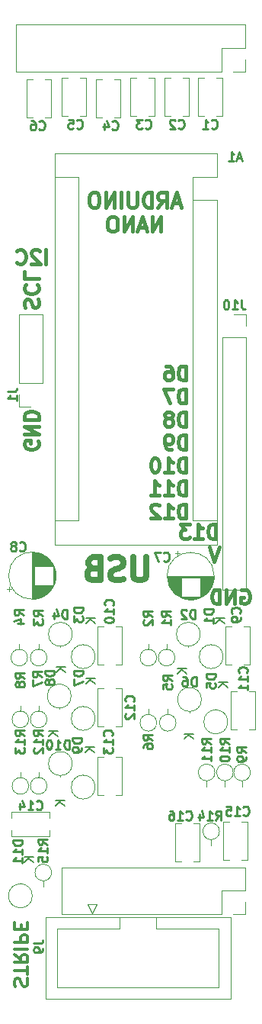
<source format=gbo>
%TF.GenerationSoftware,KiCad,Pcbnew,(6.0.1)*%
%TF.CreationDate,2022-12-01T08:35:41-05:00*%
%TF.ProjectId,ER-PROTO-02-MOZZI-DB,45522d50-524f-4544-9f2d-30322d4d4f5a,1*%
%TF.SameCoordinates,Original*%
%TF.FileFunction,Legend,Bot*%
%TF.FilePolarity,Positive*%
%FSLAX46Y46*%
G04 Gerber Fmt 4.6, Leading zero omitted, Abs format (unit mm)*
G04 Created by KiCad (PCBNEW (6.0.1)) date 2022-12-01 08:35:41*
%MOMM*%
%LPD*%
G01*
G04 APERTURE LIST*
%ADD10C,0.381000*%
%ADD11C,0.375000*%
%ADD12C,0.635000*%
%ADD13C,0.254000*%
%ADD14C,0.150000*%
%ADD15C,0.120000*%
G04 APERTURE END LIST*
D10*
X118754373Y-50073529D02*
X118754373Y-48486029D01*
X118376397Y-48486029D01*
X118149611Y-48561625D01*
X117998421Y-48712815D01*
X117922826Y-48864005D01*
X117847230Y-49166386D01*
X117847230Y-49393172D01*
X117922826Y-49695553D01*
X117998421Y-49846744D01*
X118149611Y-49997934D01*
X118376397Y-50073529D01*
X118754373Y-50073529D01*
X116486516Y-48486029D02*
X116788897Y-48486029D01*
X116940088Y-48561625D01*
X117015683Y-48637220D01*
X117166873Y-48864005D01*
X117242469Y-49166386D01*
X117242469Y-49771148D01*
X117166873Y-49922339D01*
X117091278Y-49997934D01*
X116940088Y-50073529D01*
X116637707Y-50073529D01*
X116486516Y-49997934D01*
X116410921Y-49922339D01*
X116335326Y-49771148D01*
X116335326Y-49393172D01*
X116410921Y-49241982D01*
X116486516Y-49166386D01*
X116637707Y-49090791D01*
X116940088Y-49090791D01*
X117091278Y-49166386D01*
X117166873Y-49241982D01*
X117242469Y-49393172D01*
X118754373Y-52629404D02*
X118754373Y-51041904D01*
X118376397Y-51041904D01*
X118149611Y-51117500D01*
X117998421Y-51268690D01*
X117922826Y-51419880D01*
X117847230Y-51722261D01*
X117847230Y-51949047D01*
X117922826Y-52251428D01*
X117998421Y-52402619D01*
X118149611Y-52553809D01*
X118376397Y-52629404D01*
X118754373Y-52629404D01*
X117318064Y-51041904D02*
X116259730Y-51041904D01*
X116940088Y-52629404D01*
X118754373Y-55185279D02*
X118754373Y-53597779D01*
X118376397Y-53597779D01*
X118149611Y-53673375D01*
X117998421Y-53824565D01*
X117922826Y-53975755D01*
X117847230Y-54278136D01*
X117847230Y-54504922D01*
X117922826Y-54807303D01*
X117998421Y-54958494D01*
X118149611Y-55109684D01*
X118376397Y-55185279D01*
X118754373Y-55185279D01*
X116940088Y-54278136D02*
X117091278Y-54202541D01*
X117166873Y-54126946D01*
X117242469Y-53975755D01*
X117242469Y-53900160D01*
X117166873Y-53748970D01*
X117091278Y-53673375D01*
X116940088Y-53597779D01*
X116637707Y-53597779D01*
X116486516Y-53673375D01*
X116410921Y-53748970D01*
X116335326Y-53900160D01*
X116335326Y-53975755D01*
X116410921Y-54126946D01*
X116486516Y-54202541D01*
X116637707Y-54278136D01*
X116940088Y-54278136D01*
X117091278Y-54353732D01*
X117166873Y-54429327D01*
X117242469Y-54580517D01*
X117242469Y-54882898D01*
X117166873Y-55034089D01*
X117091278Y-55109684D01*
X116940088Y-55185279D01*
X116637707Y-55185279D01*
X116486516Y-55109684D01*
X116410921Y-55034089D01*
X116335326Y-54882898D01*
X116335326Y-54580517D01*
X116410921Y-54429327D01*
X116486516Y-54353732D01*
X116637707Y-54278136D01*
X118754373Y-57741154D02*
X118754373Y-56153654D01*
X118376397Y-56153654D01*
X118149611Y-56229250D01*
X117998421Y-56380440D01*
X117922826Y-56531630D01*
X117847230Y-56834011D01*
X117847230Y-57060797D01*
X117922826Y-57363178D01*
X117998421Y-57514369D01*
X118149611Y-57665559D01*
X118376397Y-57741154D01*
X118754373Y-57741154D01*
X117091278Y-57741154D02*
X116788897Y-57741154D01*
X116637707Y-57665559D01*
X116562111Y-57589964D01*
X116410921Y-57363178D01*
X116335326Y-57060797D01*
X116335326Y-56456035D01*
X116410921Y-56304845D01*
X116486516Y-56229250D01*
X116637707Y-56153654D01*
X116940088Y-56153654D01*
X117091278Y-56229250D01*
X117166873Y-56304845D01*
X117242469Y-56456035D01*
X117242469Y-56834011D01*
X117166873Y-56985202D01*
X117091278Y-57060797D01*
X116940088Y-57136392D01*
X116637707Y-57136392D01*
X116486516Y-57060797D01*
X116410921Y-56985202D01*
X116335326Y-56834011D01*
X118754373Y-60297029D02*
X118754373Y-58709529D01*
X118376397Y-58709529D01*
X118149611Y-58785125D01*
X117998421Y-58936315D01*
X117922826Y-59087505D01*
X117847230Y-59389886D01*
X117847230Y-59616672D01*
X117922826Y-59919053D01*
X117998421Y-60070244D01*
X118149611Y-60221434D01*
X118376397Y-60297029D01*
X118754373Y-60297029D01*
X116335326Y-60297029D02*
X117242469Y-60297029D01*
X116788897Y-60297029D02*
X116788897Y-58709529D01*
X116940088Y-58936315D01*
X117091278Y-59087505D01*
X117242469Y-59163101D01*
X115352588Y-58709529D02*
X115201397Y-58709529D01*
X115050207Y-58785125D01*
X114974611Y-58860720D01*
X114899016Y-59011910D01*
X114823421Y-59314291D01*
X114823421Y-59692267D01*
X114899016Y-59994648D01*
X114974611Y-60145839D01*
X115050207Y-60221434D01*
X115201397Y-60297029D01*
X115352588Y-60297029D01*
X115503778Y-60221434D01*
X115579373Y-60145839D01*
X115654969Y-59994648D01*
X115730564Y-59692267D01*
X115730564Y-59314291D01*
X115654969Y-59011910D01*
X115579373Y-58860720D01*
X115503778Y-58785125D01*
X115352588Y-58709529D01*
X118754373Y-62852904D02*
X118754373Y-61265404D01*
X118376397Y-61265404D01*
X118149611Y-61341000D01*
X117998421Y-61492190D01*
X117922826Y-61643380D01*
X117847230Y-61945761D01*
X117847230Y-62172547D01*
X117922826Y-62474928D01*
X117998421Y-62626119D01*
X118149611Y-62777309D01*
X118376397Y-62852904D01*
X118754373Y-62852904D01*
X116335326Y-62852904D02*
X117242469Y-62852904D01*
X116788897Y-62852904D02*
X116788897Y-61265404D01*
X116940088Y-61492190D01*
X117091278Y-61643380D01*
X117242469Y-61718976D01*
X114823421Y-62852904D02*
X115730564Y-62852904D01*
X115276992Y-62852904D02*
X115276992Y-61265404D01*
X115428183Y-61492190D01*
X115579373Y-61643380D01*
X115730564Y-61718976D01*
X118754373Y-65408779D02*
X118754373Y-63821279D01*
X118376397Y-63821279D01*
X118149611Y-63896875D01*
X117998421Y-64048065D01*
X117922826Y-64199255D01*
X117847230Y-64501636D01*
X117847230Y-64728422D01*
X117922826Y-65030803D01*
X117998421Y-65181994D01*
X118149611Y-65333184D01*
X118376397Y-65408779D01*
X118754373Y-65408779D01*
X116335326Y-65408779D02*
X117242469Y-65408779D01*
X116788897Y-65408779D02*
X116788897Y-63821279D01*
X116940088Y-64048065D01*
X117091278Y-64199255D01*
X117242469Y-64274851D01*
X115730564Y-63972470D02*
X115654969Y-63896875D01*
X115503778Y-63821279D01*
X115125802Y-63821279D01*
X114974611Y-63896875D01*
X114899016Y-63972470D01*
X114823421Y-64123660D01*
X114823421Y-64274851D01*
X114899016Y-64501636D01*
X115806159Y-65408779D01*
X114823421Y-65408779D01*
D11*
X99722857Y-117327714D02*
X99651428Y-117113428D01*
X99651428Y-116756285D01*
X99722857Y-116613428D01*
X99794285Y-116542000D01*
X99937142Y-116470571D01*
X100080000Y-116470571D01*
X100222857Y-116542000D01*
X100294285Y-116613428D01*
X100365714Y-116756285D01*
X100437142Y-117042000D01*
X100508571Y-117184857D01*
X100580000Y-117256285D01*
X100722857Y-117327714D01*
X100865714Y-117327714D01*
X101008571Y-117256285D01*
X101080000Y-117184857D01*
X101151428Y-117042000D01*
X101151428Y-116684857D01*
X101080000Y-116470571D01*
X101151428Y-116042000D02*
X101151428Y-115184857D01*
X99651428Y-115613428D02*
X101151428Y-115613428D01*
X99651428Y-113827714D02*
X100365714Y-114327714D01*
X99651428Y-114684857D02*
X101151428Y-114684857D01*
X101151428Y-114113428D01*
X101080000Y-113970571D01*
X101008571Y-113899142D01*
X100865714Y-113827714D01*
X100651428Y-113827714D01*
X100508571Y-113899142D01*
X100437142Y-113970571D01*
X100365714Y-114113428D01*
X100365714Y-114684857D01*
X99651428Y-113184857D02*
X101151428Y-113184857D01*
X99651428Y-112470571D02*
X101151428Y-112470571D01*
X101151428Y-111899142D01*
X101080000Y-111756285D01*
X101008571Y-111684857D01*
X100865714Y-111613428D01*
X100651428Y-111613428D01*
X100508571Y-111684857D01*
X100437142Y-111756285D01*
X100365714Y-111899142D01*
X100365714Y-112470571D01*
X100437142Y-110970571D02*
X100437142Y-110470571D01*
X99651428Y-110256285D02*
X99651428Y-110970571D01*
X101151428Y-110970571D01*
X101151428Y-110256285D01*
D10*
X118061619Y-30442111D02*
X117275428Y-30442111D01*
X118218857Y-30913825D02*
X117668523Y-29262825D01*
X117118190Y-30913825D01*
X115624428Y-30913825D02*
X116174761Y-30127635D01*
X116567857Y-30913825D02*
X116567857Y-29262825D01*
X115938904Y-29262825D01*
X115781666Y-29341445D01*
X115703047Y-29420064D01*
X115624428Y-29577302D01*
X115624428Y-29813159D01*
X115703047Y-29970397D01*
X115781666Y-30049016D01*
X115938904Y-30127635D01*
X116567857Y-30127635D01*
X114916857Y-30913825D02*
X114916857Y-29262825D01*
X114523761Y-29262825D01*
X114287904Y-29341445D01*
X114130666Y-29498683D01*
X114052047Y-29655921D01*
X113973428Y-29970397D01*
X113973428Y-30206254D01*
X114052047Y-30520730D01*
X114130666Y-30677968D01*
X114287904Y-30835206D01*
X114523761Y-30913825D01*
X114916857Y-30913825D01*
X113265857Y-29262825D02*
X113265857Y-30599349D01*
X113187238Y-30756587D01*
X113108619Y-30835206D01*
X112951380Y-30913825D01*
X112636904Y-30913825D01*
X112479666Y-30835206D01*
X112401047Y-30756587D01*
X112322428Y-30599349D01*
X112322428Y-29262825D01*
X111536238Y-30913825D02*
X111536238Y-29262825D01*
X110750047Y-30913825D02*
X110750047Y-29262825D01*
X109806619Y-30913825D01*
X109806619Y-29262825D01*
X108705952Y-29262825D02*
X108391476Y-29262825D01*
X108234238Y-29341445D01*
X108077000Y-29498683D01*
X107998380Y-29813159D01*
X107998380Y-30363492D01*
X108077000Y-30677968D01*
X108234238Y-30835206D01*
X108391476Y-30913825D01*
X108705952Y-30913825D01*
X108863190Y-30835206D01*
X109020428Y-30677968D01*
X109099047Y-30363492D01*
X109099047Y-29813159D01*
X109020428Y-29498683D01*
X108863190Y-29341445D01*
X108705952Y-29262825D01*
X115938904Y-33571935D02*
X115938904Y-31920935D01*
X114995476Y-33571935D01*
X114995476Y-31920935D01*
X114287904Y-33100221D02*
X113501714Y-33100221D01*
X114445142Y-33571935D02*
X113894809Y-31920935D01*
X113344476Y-33571935D01*
X112794142Y-33571935D02*
X112794142Y-31920935D01*
X111850714Y-33571935D01*
X111850714Y-31920935D01*
X110750047Y-31920935D02*
X110435571Y-31920935D01*
X110278333Y-31999555D01*
X110121095Y-32156793D01*
X110042476Y-32471269D01*
X110042476Y-33021602D01*
X110121095Y-33336078D01*
X110278333Y-33493316D01*
X110435571Y-33571935D01*
X110750047Y-33571935D01*
X110907285Y-33493316D01*
X111064523Y-33336078D01*
X111143142Y-33021602D01*
X111143142Y-32471269D01*
X111064523Y-32156793D01*
X110907285Y-31999555D01*
X110750047Y-31920935D01*
X124907826Y-73374250D02*
X125059016Y-73298654D01*
X125285802Y-73298654D01*
X125512588Y-73374250D01*
X125663778Y-73525440D01*
X125739373Y-73676630D01*
X125814969Y-73979011D01*
X125814969Y-74205797D01*
X125739373Y-74508178D01*
X125663778Y-74659369D01*
X125512588Y-74810559D01*
X125285802Y-74886154D01*
X125134611Y-74886154D01*
X124907826Y-74810559D01*
X124832230Y-74734964D01*
X124832230Y-74205797D01*
X125134611Y-74205797D01*
X124151873Y-74886154D02*
X124151873Y-73298654D01*
X123244730Y-74886154D01*
X123244730Y-73298654D01*
X122488778Y-74886154D02*
X122488778Y-73298654D01*
X122110802Y-73298654D01*
X121884016Y-73374250D01*
X121732826Y-73525440D01*
X121657230Y-73676630D01*
X121581635Y-73979011D01*
X121581635Y-74205797D01*
X121657230Y-74508178D01*
X121732826Y-74659369D01*
X121884016Y-74810559D01*
X122110802Y-74886154D01*
X122488778Y-74886154D01*
X122056373Y-67647154D02*
X122056373Y-66059654D01*
X121678397Y-66059654D01*
X121451611Y-66135250D01*
X121300421Y-66286440D01*
X121224826Y-66437630D01*
X121149230Y-66740011D01*
X121149230Y-66966797D01*
X121224826Y-67269178D01*
X121300421Y-67420369D01*
X121451611Y-67571559D01*
X121678397Y-67647154D01*
X122056373Y-67647154D01*
X119637326Y-67647154D02*
X120544469Y-67647154D01*
X120090897Y-67647154D02*
X120090897Y-66059654D01*
X120242088Y-66286440D01*
X120393278Y-66437630D01*
X120544469Y-66513226D01*
X119108159Y-66059654D02*
X118125421Y-66059654D01*
X118654588Y-66664416D01*
X118427802Y-66664416D01*
X118276611Y-66740011D01*
X118201016Y-66815607D01*
X118125421Y-66966797D01*
X118125421Y-67344773D01*
X118201016Y-67495964D01*
X118276611Y-67571559D01*
X118427802Y-67647154D01*
X118881373Y-67647154D01*
X119032564Y-67571559D01*
X119108159Y-67495964D01*
X102266750Y-56835826D02*
X102342345Y-56987016D01*
X102342345Y-57213802D01*
X102266750Y-57440588D01*
X102115559Y-57591778D01*
X101964369Y-57667373D01*
X101661988Y-57742969D01*
X101435202Y-57742969D01*
X101132821Y-57667373D01*
X100981630Y-57591778D01*
X100830440Y-57440588D01*
X100754845Y-57213802D01*
X100754845Y-57062611D01*
X100830440Y-56835826D01*
X100906035Y-56760230D01*
X101435202Y-56760230D01*
X101435202Y-57062611D01*
X100754845Y-56079873D02*
X102342345Y-56079873D01*
X100754845Y-55172730D01*
X102342345Y-55172730D01*
X100754845Y-54416778D02*
X102342345Y-54416778D01*
X102342345Y-54038802D01*
X102266750Y-53812016D01*
X102115559Y-53660826D01*
X101964369Y-53585230D01*
X101661988Y-53509635D01*
X101435202Y-53509635D01*
X101132821Y-53585230D01*
X100981630Y-53660826D01*
X100830440Y-53812016D01*
X100754845Y-54038802D01*
X100754845Y-54416778D01*
D12*
X114330238Y-69729047D02*
X114330238Y-71785238D01*
X114209285Y-72027142D01*
X114088333Y-72148095D01*
X113846428Y-72269047D01*
X113362619Y-72269047D01*
X113120714Y-72148095D01*
X112999761Y-72027142D01*
X112878809Y-71785238D01*
X112878809Y-69729047D01*
X111790238Y-72148095D02*
X111427380Y-72269047D01*
X110822619Y-72269047D01*
X110580714Y-72148095D01*
X110459761Y-72027142D01*
X110338809Y-71785238D01*
X110338809Y-71543333D01*
X110459761Y-71301428D01*
X110580714Y-71180476D01*
X110822619Y-71059523D01*
X111306428Y-70938571D01*
X111548333Y-70817619D01*
X111669285Y-70696666D01*
X111790238Y-70454761D01*
X111790238Y-70212857D01*
X111669285Y-69970952D01*
X111548333Y-69850000D01*
X111306428Y-69729047D01*
X110701666Y-69729047D01*
X110338809Y-69850000D01*
X108403571Y-70938571D02*
X108040714Y-71059523D01*
X107919761Y-71180476D01*
X107798809Y-71422380D01*
X107798809Y-71785238D01*
X107919761Y-72027142D01*
X108040714Y-72148095D01*
X108282619Y-72269047D01*
X109250238Y-72269047D01*
X109250238Y-69729047D01*
X108403571Y-69729047D01*
X108161666Y-69850000D01*
X108040714Y-69970952D01*
X107919761Y-70212857D01*
X107919761Y-70454761D01*
X108040714Y-70696666D01*
X108161666Y-70817619D01*
X108403571Y-70938571D01*
X109250238Y-70938571D01*
D10*
X100830440Y-41994969D02*
X100754845Y-41768183D01*
X100754845Y-41390207D01*
X100830440Y-41239016D01*
X100906035Y-41163421D01*
X101057226Y-41087826D01*
X101208416Y-41087826D01*
X101359607Y-41163421D01*
X101435202Y-41239016D01*
X101510797Y-41390207D01*
X101586392Y-41692588D01*
X101661988Y-41843778D01*
X101737583Y-41919373D01*
X101888773Y-41994969D01*
X102039964Y-41994969D01*
X102191154Y-41919373D01*
X102266750Y-41843778D01*
X102342345Y-41692588D01*
X102342345Y-41314611D01*
X102266750Y-41087826D01*
X100906035Y-39500326D02*
X100830440Y-39575921D01*
X100754845Y-39802707D01*
X100754845Y-39953897D01*
X100830440Y-40180683D01*
X100981630Y-40331873D01*
X101132821Y-40407469D01*
X101435202Y-40483064D01*
X101661988Y-40483064D01*
X101964369Y-40407469D01*
X102115559Y-40331873D01*
X102266750Y-40180683D01*
X102342345Y-39953897D01*
X102342345Y-39802707D01*
X102266750Y-39575921D01*
X102191154Y-39500326D01*
X100754845Y-38064016D02*
X100754845Y-38819969D01*
X102342345Y-38819969D01*
X103133373Y-37167154D02*
X103133373Y-35579654D01*
X102453016Y-35730845D02*
X102377421Y-35655250D01*
X102226230Y-35579654D01*
X101848254Y-35579654D01*
X101697064Y-35655250D01*
X101621469Y-35730845D01*
X101545873Y-35882035D01*
X101545873Y-36033226D01*
X101621469Y-36260011D01*
X102528611Y-37167154D01*
X101545873Y-37167154D01*
X99958373Y-37015964D02*
X100033969Y-37091559D01*
X100260754Y-37167154D01*
X100411945Y-37167154D01*
X100638730Y-37091559D01*
X100789921Y-36940369D01*
X100865516Y-36789178D01*
X100941111Y-36486797D01*
X100941111Y-36260011D01*
X100865516Y-35957630D01*
X100789921Y-35806440D01*
X100638730Y-35655250D01*
X100411945Y-35579654D01*
X100260754Y-35579654D01*
X100033969Y-35655250D01*
X99958373Y-35730845D01*
X122410159Y-68599654D02*
X121880992Y-70187154D01*
X121351826Y-68599654D01*
D13*
%TO.C,D2*%
X119748904Y-76532619D02*
X119748904Y-75516619D01*
X119507000Y-75516619D01*
X119361857Y-75565000D01*
X119265095Y-75661761D01*
X119216714Y-75758523D01*
X119168333Y-75952047D01*
X119168333Y-76097190D01*
X119216714Y-76290714D01*
X119265095Y-76387476D01*
X119361857Y-76484238D01*
X119507000Y-76532619D01*
X119748904Y-76532619D01*
X118781285Y-75613380D02*
X118732904Y-75565000D01*
X118636142Y-75516619D01*
X118394238Y-75516619D01*
X118297476Y-75565000D01*
X118249095Y-75613380D01*
X118200714Y-75710142D01*
X118200714Y-75806904D01*
X118249095Y-75952047D01*
X118829666Y-76532619D01*
X118200714Y-76532619D01*
D14*
X118816380Y-82034095D02*
X117816380Y-82034095D01*
X118816380Y-82605523D02*
X118244952Y-82176952D01*
X117816380Y-82605523D02*
X118387809Y-82034095D01*
D13*
%TO.C,D6*%
X119875904Y-84025619D02*
X119875904Y-83009619D01*
X119634000Y-83009619D01*
X119488857Y-83058000D01*
X119392095Y-83154761D01*
X119343714Y-83251523D01*
X119295333Y-83445047D01*
X119295333Y-83590190D01*
X119343714Y-83783714D01*
X119392095Y-83880476D01*
X119488857Y-83977238D01*
X119634000Y-84025619D01*
X119875904Y-84025619D01*
X118424476Y-83009619D02*
X118618000Y-83009619D01*
X118714761Y-83058000D01*
X118763142Y-83106380D01*
X118859904Y-83251523D01*
X118908285Y-83445047D01*
X118908285Y-83832095D01*
X118859904Y-83928857D01*
X118811523Y-83977238D01*
X118714761Y-84025619D01*
X118521238Y-84025619D01*
X118424476Y-83977238D01*
X118376095Y-83928857D01*
X118327714Y-83832095D01*
X118327714Y-83590190D01*
X118376095Y-83493428D01*
X118424476Y-83445047D01*
X118521238Y-83396666D01*
X118714761Y-83396666D01*
X118811523Y-83445047D01*
X118859904Y-83493428D01*
X118908285Y-83590190D01*
D14*
X119578380Y-89301781D02*
X118578380Y-89301781D01*
X119578380Y-89873209D02*
X119006952Y-89444638D01*
X118578380Y-89873209D02*
X119149809Y-89301781D01*
D13*
%TO.C,C1*%
X121581333Y-22079857D02*
X121629714Y-22128238D01*
X121774857Y-22176619D01*
X121871619Y-22176619D01*
X122016761Y-22128238D01*
X122113523Y-22031476D01*
X122161904Y-21934714D01*
X122210285Y-21741190D01*
X122210285Y-21596047D01*
X122161904Y-21402523D01*
X122113523Y-21305761D01*
X122016761Y-21209000D01*
X121871619Y-21160619D01*
X121774857Y-21160619D01*
X121629714Y-21209000D01*
X121581333Y-21257380D01*
X120613714Y-22176619D02*
X121194285Y-22176619D01*
X120904000Y-22176619D02*
X120904000Y-21160619D01*
X121000761Y-21305761D01*
X121097523Y-21402523D01*
X121194285Y-21450904D01*
%TO.C,R2*%
X115013619Y-76284666D02*
X114529809Y-75946000D01*
X115013619Y-75704095D02*
X113997619Y-75704095D01*
X113997619Y-76091142D01*
X114046000Y-76187904D01*
X114094380Y-76236285D01*
X114191142Y-76284666D01*
X114336285Y-76284666D01*
X114433047Y-76236285D01*
X114481428Y-76187904D01*
X114529809Y-76091142D01*
X114529809Y-75704095D01*
X114094380Y-76671714D02*
X114046000Y-76720095D01*
X113997619Y-76816857D01*
X113997619Y-77058761D01*
X114046000Y-77155523D01*
X114094380Y-77203904D01*
X114191142Y-77252285D01*
X114287904Y-77252285D01*
X114433047Y-77203904D01*
X115013619Y-76623333D01*
X115013619Y-77252285D01*
%TO.C,C13*%
X110471857Y-89516847D02*
X110520238Y-89468466D01*
X110568619Y-89323323D01*
X110568619Y-89226561D01*
X110520238Y-89081418D01*
X110423476Y-88984656D01*
X110326714Y-88936275D01*
X110133190Y-88887894D01*
X109988047Y-88887894D01*
X109794523Y-88936275D01*
X109697761Y-88984656D01*
X109601000Y-89081418D01*
X109552619Y-89226561D01*
X109552619Y-89323323D01*
X109601000Y-89468466D01*
X109649380Y-89516847D01*
X110568619Y-90484466D02*
X110568619Y-89903894D01*
X110568619Y-90194180D02*
X109552619Y-90194180D01*
X109697761Y-90097418D01*
X109794523Y-90000656D01*
X109842904Y-89903894D01*
X109552619Y-90823132D02*
X109552619Y-91452085D01*
X109939666Y-91113418D01*
X109939666Y-91258561D01*
X109988047Y-91355323D01*
X110036428Y-91403704D01*
X110133190Y-91452085D01*
X110375095Y-91452085D01*
X110471857Y-91403704D01*
X110520238Y-91355323D01*
X110568619Y-91258561D01*
X110568619Y-90968275D01*
X110520238Y-90871513D01*
X110471857Y-90823132D01*
%TO.C,C14*%
X102126142Y-97644857D02*
X102174523Y-97693238D01*
X102319666Y-97741619D01*
X102416428Y-97741619D01*
X102561571Y-97693238D01*
X102658333Y-97596476D01*
X102706714Y-97499714D01*
X102755095Y-97306190D01*
X102755095Y-97161047D01*
X102706714Y-96967523D01*
X102658333Y-96870761D01*
X102561571Y-96774000D01*
X102416428Y-96725619D01*
X102319666Y-96725619D01*
X102174523Y-96774000D01*
X102126142Y-96822380D01*
X101158523Y-97741619D02*
X101739095Y-97741619D01*
X101448809Y-97741619D02*
X101448809Y-96725619D01*
X101545571Y-96870761D01*
X101642333Y-96967523D01*
X101739095Y-97015904D01*
X100287666Y-97064285D02*
X100287666Y-97741619D01*
X100529571Y-96677238D02*
X100771476Y-97402952D01*
X100142523Y-97402952D01*
%TO.C,R10*%
X123522619Y-90405857D02*
X123038809Y-90067190D01*
X123522619Y-89825285D02*
X122506619Y-89825285D01*
X122506619Y-90212333D01*
X122555000Y-90309095D01*
X122603380Y-90357476D01*
X122700142Y-90405857D01*
X122845285Y-90405857D01*
X122942047Y-90357476D01*
X122990428Y-90309095D01*
X123038809Y-90212333D01*
X123038809Y-89825285D01*
X123522619Y-91373476D02*
X123522619Y-90792904D01*
X123522619Y-91083190D02*
X122506619Y-91083190D01*
X122651761Y-90986428D01*
X122748523Y-90889666D01*
X122796904Y-90792904D01*
X122506619Y-92002428D02*
X122506619Y-92099190D01*
X122555000Y-92195952D01*
X122603380Y-92244333D01*
X122700142Y-92292714D01*
X122893666Y-92341095D01*
X123135571Y-92341095D01*
X123329095Y-92292714D01*
X123425857Y-92244333D01*
X123474238Y-92195952D01*
X123522619Y-92099190D01*
X123522619Y-92002428D01*
X123474238Y-91905666D01*
X123425857Y-91857285D01*
X123329095Y-91808904D01*
X123135571Y-91760523D01*
X122893666Y-91760523D01*
X122700142Y-91808904D01*
X122603380Y-91857285D01*
X122555000Y-91905666D01*
X122506619Y-92002428D01*
%TO.C,R3*%
X102821619Y-76234653D02*
X102337809Y-75895987D01*
X102821619Y-75654082D02*
X101805619Y-75654082D01*
X101805619Y-76041129D01*
X101854000Y-76137891D01*
X101902380Y-76186272D01*
X101999142Y-76234653D01*
X102144285Y-76234653D01*
X102241047Y-76186272D01*
X102289428Y-76137891D01*
X102337809Y-76041129D01*
X102337809Y-75654082D01*
X101805619Y-76573320D02*
X101805619Y-77202272D01*
X102192666Y-76863606D01*
X102192666Y-77008748D01*
X102241047Y-77105510D01*
X102289428Y-77153891D01*
X102386190Y-77202272D01*
X102628095Y-77202272D01*
X102724857Y-77153891D01*
X102773238Y-77105510D01*
X102821619Y-77008748D01*
X102821619Y-76718463D01*
X102773238Y-76621701D01*
X102724857Y-76573320D01*
%TO.C,R7*%
X102694619Y-83015666D02*
X102210809Y-82677000D01*
X102694619Y-82435095D02*
X101678619Y-82435095D01*
X101678619Y-82822142D01*
X101727000Y-82918904D01*
X101775380Y-82967285D01*
X101872142Y-83015666D01*
X102017285Y-83015666D01*
X102114047Y-82967285D01*
X102162428Y-82918904D01*
X102210809Y-82822142D01*
X102210809Y-82435095D01*
X101678619Y-83354333D02*
X101678619Y-84031666D01*
X102694619Y-83596238D01*
%TO.C,C4*%
X110532333Y-22206857D02*
X110580714Y-22255238D01*
X110725857Y-22303619D01*
X110822619Y-22303619D01*
X110967761Y-22255238D01*
X111064523Y-22158476D01*
X111112904Y-22061714D01*
X111161285Y-21868190D01*
X111161285Y-21723047D01*
X111112904Y-21529523D01*
X111064523Y-21432761D01*
X110967761Y-21336000D01*
X110822619Y-21287619D01*
X110725857Y-21287619D01*
X110580714Y-21336000D01*
X110532333Y-21384380D01*
X109661476Y-21626285D02*
X109661476Y-22303619D01*
X109903380Y-21239238D02*
X110145285Y-21964952D01*
X109516333Y-21964952D01*
%TO.C,R15*%
X103329619Y-101581882D02*
X102845809Y-101243215D01*
X103329619Y-101001310D02*
X102313619Y-101001310D01*
X102313619Y-101388358D01*
X102362000Y-101485120D01*
X102410380Y-101533501D01*
X102507142Y-101581882D01*
X102652285Y-101581882D01*
X102749047Y-101533501D01*
X102797428Y-101485120D01*
X102845809Y-101388358D01*
X102845809Y-101001310D01*
X103329619Y-102549501D02*
X103329619Y-101968929D01*
X103329619Y-102259215D02*
X102313619Y-102259215D01*
X102458761Y-102162453D01*
X102555523Y-102065691D01*
X102603904Y-101968929D01*
X102313619Y-103468739D02*
X102313619Y-102984929D01*
X102797428Y-102936548D01*
X102749047Y-102984929D01*
X102700666Y-103081691D01*
X102700666Y-103323596D01*
X102749047Y-103420358D01*
X102797428Y-103468739D01*
X102894190Y-103517120D01*
X103136095Y-103517120D01*
X103232857Y-103468739D01*
X103281238Y-103420358D01*
X103329619Y-103323596D01*
X103329619Y-103081691D01*
X103281238Y-102984929D01*
X103232857Y-102936548D01*
%TO.C,D5*%
X121998619Y-82689095D02*
X120982619Y-82689095D01*
X120982619Y-82931000D01*
X121031000Y-83076142D01*
X121127761Y-83172904D01*
X121224523Y-83221285D01*
X121418047Y-83269666D01*
X121563190Y-83269666D01*
X121756714Y-83221285D01*
X121853476Y-83172904D01*
X121950238Y-83076142D01*
X121998619Y-82931000D01*
X121998619Y-82689095D01*
X120982619Y-84188904D02*
X120982619Y-83705095D01*
X121466428Y-83656714D01*
X121418047Y-83705095D01*
X121369666Y-83801857D01*
X121369666Y-84043761D01*
X121418047Y-84140523D01*
X121466428Y-84188904D01*
X121563190Y-84237285D01*
X121805095Y-84237285D01*
X121901857Y-84188904D01*
X121950238Y-84140523D01*
X121998619Y-84043761D01*
X121998619Y-83801857D01*
X121950238Y-83705095D01*
X121901857Y-83656714D01*
D14*
X123388380Y-83558095D02*
X122388380Y-83558095D01*
X123388380Y-84129523D02*
X122816952Y-83700952D01*
X122388380Y-84129523D02*
X122959809Y-83558095D01*
D13*
%TO.C,R13*%
X100789619Y-89516857D02*
X100305809Y-89178190D01*
X100789619Y-88936285D02*
X99773619Y-88936285D01*
X99773619Y-89323333D01*
X99822000Y-89420095D01*
X99870380Y-89468476D01*
X99967142Y-89516857D01*
X100112285Y-89516857D01*
X100209047Y-89468476D01*
X100257428Y-89420095D01*
X100305809Y-89323333D01*
X100305809Y-88936285D01*
X100789619Y-90484476D02*
X100789619Y-89903904D01*
X100789619Y-90194190D02*
X99773619Y-90194190D01*
X99918761Y-90097428D01*
X100015523Y-90000666D01*
X100063904Y-89903904D01*
X99773619Y-90823142D02*
X99773619Y-91452095D01*
X100160666Y-91113428D01*
X100160666Y-91258571D01*
X100209047Y-91355333D01*
X100257428Y-91403714D01*
X100354190Y-91452095D01*
X100596095Y-91452095D01*
X100692857Y-91403714D01*
X100741238Y-91355333D01*
X100789619Y-91258571D01*
X100789619Y-90968285D01*
X100741238Y-90871523D01*
X100692857Y-90823142D01*
%TO.C,C3*%
X114215333Y-22079857D02*
X114263714Y-22128238D01*
X114408857Y-22176619D01*
X114505619Y-22176619D01*
X114650761Y-22128238D01*
X114747523Y-22031476D01*
X114795904Y-21934714D01*
X114844285Y-21741190D01*
X114844285Y-21596047D01*
X114795904Y-21402523D01*
X114747523Y-21305761D01*
X114650761Y-21209000D01*
X114505619Y-21160619D01*
X114408857Y-21160619D01*
X114263714Y-21209000D01*
X114215333Y-21257380D01*
X113876666Y-21160619D02*
X113247714Y-21160619D01*
X113586380Y-21547666D01*
X113441238Y-21547666D01*
X113344476Y-21596047D01*
X113296095Y-21644428D01*
X113247714Y-21741190D01*
X113247714Y-21983095D01*
X113296095Y-22079857D01*
X113344476Y-22128238D01*
X113441238Y-22176619D01*
X113731523Y-22176619D01*
X113828285Y-22128238D01*
X113876666Y-22079857D01*
%TO.C,A1*%
X124931714Y-25442333D02*
X124447904Y-25442333D01*
X125028476Y-25732619D02*
X124689809Y-24716619D01*
X124351142Y-25732619D01*
X123480285Y-25732619D02*
X124060857Y-25732619D01*
X123770571Y-25732619D02*
X123770571Y-24716619D01*
X123867333Y-24861761D01*
X123964095Y-24958523D01*
X124060857Y-25006904D01*
%TO.C,R4*%
X100662619Y-76157666D02*
X100178809Y-75819000D01*
X100662619Y-75577095D02*
X99646619Y-75577095D01*
X99646619Y-75964142D01*
X99695000Y-76060904D01*
X99743380Y-76109285D01*
X99840142Y-76157666D01*
X99985285Y-76157666D01*
X100082047Y-76109285D01*
X100130428Y-76060904D01*
X100178809Y-75964142D01*
X100178809Y-75577095D01*
X99985285Y-77028523D02*
X100662619Y-77028523D01*
X99598238Y-76786619D02*
X100323952Y-76544714D01*
X100323952Y-77173666D01*
%TO.C,D9*%
X107139619Y-89801095D02*
X106123619Y-89801095D01*
X106123619Y-90043000D01*
X106172000Y-90188142D01*
X106268761Y-90284904D01*
X106365523Y-90333285D01*
X106559047Y-90381666D01*
X106704190Y-90381666D01*
X106897714Y-90333285D01*
X106994476Y-90284904D01*
X107091238Y-90188142D01*
X107139619Y-90043000D01*
X107139619Y-89801095D01*
X107139619Y-90865476D02*
X107139619Y-91059000D01*
X107091238Y-91155761D01*
X107042857Y-91204142D01*
X106897714Y-91300904D01*
X106704190Y-91349285D01*
X106317142Y-91349285D01*
X106220380Y-91300904D01*
X106172000Y-91252523D01*
X106123619Y-91155761D01*
X106123619Y-90962238D01*
X106172000Y-90865476D01*
X106220380Y-90817095D01*
X106317142Y-90768714D01*
X106559047Y-90768714D01*
X106655809Y-90817095D01*
X106704190Y-90865476D01*
X106752571Y-90962238D01*
X106752571Y-91155761D01*
X106704190Y-91252523D01*
X106655809Y-91300904D01*
X106559047Y-91349285D01*
D14*
X108529380Y-90797095D02*
X107529380Y-90797095D01*
X108529380Y-91368523D02*
X107957952Y-90939952D01*
X107529380Y-91368523D02*
X108100809Y-90797095D01*
D13*
%TO.C,R14*%
X122065142Y-98884619D02*
X122403809Y-98400809D01*
X122645714Y-98884619D02*
X122645714Y-97868619D01*
X122258666Y-97868619D01*
X122161904Y-97917000D01*
X122113523Y-97965380D01*
X122065142Y-98062142D01*
X122065142Y-98207285D01*
X122113523Y-98304047D01*
X122161904Y-98352428D01*
X122258666Y-98400809D01*
X122645714Y-98400809D01*
X121097523Y-98884619D02*
X121678095Y-98884619D01*
X121387809Y-98884619D02*
X121387809Y-97868619D01*
X121484571Y-98013761D01*
X121581333Y-98110523D01*
X121678095Y-98158904D01*
X120226666Y-98207285D02*
X120226666Y-98884619D01*
X120468571Y-97820238D02*
X120710476Y-98545952D01*
X120081523Y-98545952D01*
%TO.C,C15*%
X125113142Y-98279867D02*
X125161523Y-98328248D01*
X125306666Y-98376629D01*
X125403428Y-98376629D01*
X125548571Y-98328248D01*
X125645333Y-98231486D01*
X125693714Y-98134724D01*
X125742095Y-97941200D01*
X125742095Y-97796057D01*
X125693714Y-97602533D01*
X125645333Y-97505771D01*
X125548571Y-97409010D01*
X125403428Y-97360629D01*
X125306666Y-97360629D01*
X125161523Y-97409010D01*
X125113142Y-97457390D01*
X124145523Y-98376629D02*
X124726095Y-98376629D01*
X124435809Y-98376629D02*
X124435809Y-97360629D01*
X124532571Y-97505771D01*
X124629333Y-97602533D01*
X124726095Y-97650914D01*
X123226285Y-97360629D02*
X123710095Y-97360629D01*
X123758476Y-97844438D01*
X123710095Y-97796057D01*
X123613333Y-97747676D01*
X123371428Y-97747676D01*
X123274666Y-97796057D01*
X123226285Y-97844438D01*
X123177904Y-97941200D01*
X123177904Y-98183105D01*
X123226285Y-98279867D01*
X123274666Y-98328248D01*
X123371428Y-98376629D01*
X123613333Y-98376629D01*
X123710095Y-98328248D01*
X123758476Y-98279867D01*
%TO.C,C10*%
X110598857Y-75038857D02*
X110647238Y-74990476D01*
X110695619Y-74845333D01*
X110695619Y-74748571D01*
X110647238Y-74603428D01*
X110550476Y-74506666D01*
X110453714Y-74458285D01*
X110260190Y-74409904D01*
X110115047Y-74409904D01*
X109921523Y-74458285D01*
X109824761Y-74506666D01*
X109728000Y-74603428D01*
X109679619Y-74748571D01*
X109679619Y-74845333D01*
X109728000Y-74990476D01*
X109776380Y-75038857D01*
X110695619Y-76006476D02*
X110695619Y-75425904D01*
X110695619Y-75716190D02*
X109679619Y-75716190D01*
X109824761Y-75619428D01*
X109921523Y-75522666D01*
X109969904Y-75425904D01*
X109679619Y-76635428D02*
X109679619Y-76732190D01*
X109728000Y-76828952D01*
X109776380Y-76877333D01*
X109873142Y-76925714D01*
X110066666Y-76974095D01*
X110308571Y-76974095D01*
X110502095Y-76925714D01*
X110598857Y-76877333D01*
X110647238Y-76828952D01*
X110695619Y-76732190D01*
X110695619Y-76635428D01*
X110647238Y-76538666D01*
X110598857Y-76490285D01*
X110502095Y-76441904D01*
X110308571Y-76393523D01*
X110066666Y-76393523D01*
X109873142Y-76441904D01*
X109776380Y-76490285D01*
X109728000Y-76538666D01*
X109679619Y-76635428D01*
%TO.C,D7*%
X107266619Y-82308095D02*
X106250619Y-82308095D01*
X106250619Y-82550000D01*
X106299000Y-82695142D01*
X106395761Y-82791904D01*
X106492523Y-82840285D01*
X106686047Y-82888666D01*
X106831190Y-82888666D01*
X107024714Y-82840285D01*
X107121476Y-82791904D01*
X107218238Y-82695142D01*
X107266619Y-82550000D01*
X107266619Y-82308095D01*
X106250619Y-83227333D02*
X106250619Y-83904666D01*
X107266619Y-83469238D01*
D14*
X108656380Y-83177095D02*
X107656380Y-83177095D01*
X108656380Y-83748523D02*
X108084952Y-83319952D01*
X107656380Y-83748523D02*
X108227809Y-83177095D01*
D13*
%TO.C,R6*%
X115013619Y-90000666D02*
X114529809Y-89662000D01*
X115013619Y-89420095D02*
X113997619Y-89420095D01*
X113997619Y-89807142D01*
X114046000Y-89903904D01*
X114094380Y-89952285D01*
X114191142Y-90000666D01*
X114336285Y-90000666D01*
X114433047Y-89952285D01*
X114481428Y-89903904D01*
X114529809Y-89807142D01*
X114529809Y-89420095D01*
X113997619Y-90871523D02*
X113997619Y-90678000D01*
X114046000Y-90581238D01*
X114094380Y-90532857D01*
X114239523Y-90436095D01*
X114433047Y-90387714D01*
X114820095Y-90387714D01*
X114916857Y-90436095D01*
X114965238Y-90484476D01*
X115013619Y-90581238D01*
X115013619Y-90774761D01*
X114965238Y-90871523D01*
X114916857Y-90919904D01*
X114820095Y-90968285D01*
X114578190Y-90968285D01*
X114481428Y-90919904D01*
X114433047Y-90871523D01*
X114384666Y-90774761D01*
X114384666Y-90581238D01*
X114433047Y-90484476D01*
X114481428Y-90436095D01*
X114578190Y-90387714D01*
%TO.C,J1*%
X98884619Y-51350333D02*
X99610333Y-51350333D01*
X99755476Y-51301952D01*
X99852238Y-51205190D01*
X99900619Y-51060047D01*
X99900619Y-50963285D01*
X99900619Y-52366333D02*
X99900619Y-51785761D01*
X99900619Y-52076047D02*
X98884619Y-52076047D01*
X99029761Y-51979285D01*
X99126523Y-51882523D01*
X99174904Y-51785761D01*
%TO.C,C11*%
X125477847Y-82531857D02*
X125526228Y-82483476D01*
X125574609Y-82338333D01*
X125574609Y-82241571D01*
X125526228Y-82096428D01*
X125429466Y-81999666D01*
X125332704Y-81951285D01*
X125139180Y-81902904D01*
X124994037Y-81902904D01*
X124800513Y-81951285D01*
X124703751Y-81999666D01*
X124606990Y-82096428D01*
X124558609Y-82241571D01*
X124558609Y-82338333D01*
X124606990Y-82483476D01*
X124655370Y-82531857D01*
X125574609Y-83499476D02*
X125574609Y-82918904D01*
X125574609Y-83209190D02*
X124558609Y-83209190D01*
X124703751Y-83112428D01*
X124800513Y-83015666D01*
X124848894Y-82918904D01*
X125574609Y-84467095D02*
X125574609Y-83886523D01*
X125574609Y-84176809D02*
X124558609Y-84176809D01*
X124703751Y-84080047D01*
X124800513Y-83983285D01*
X124848894Y-83886523D01*
%TO.C,R12*%
X102821619Y-89516857D02*
X102337809Y-89178190D01*
X102821619Y-88936285D02*
X101805619Y-88936285D01*
X101805619Y-89323333D01*
X101854000Y-89420095D01*
X101902380Y-89468476D01*
X101999142Y-89516857D01*
X102144285Y-89516857D01*
X102241047Y-89468476D01*
X102289428Y-89420095D01*
X102337809Y-89323333D01*
X102337809Y-88936285D01*
X102821619Y-90484476D02*
X102821619Y-89903904D01*
X102821619Y-90194190D02*
X101805619Y-90194190D01*
X101950761Y-90097428D01*
X102047523Y-90000666D01*
X102095904Y-89903904D01*
X101902380Y-90871523D02*
X101854000Y-90919904D01*
X101805619Y-91016666D01*
X101805619Y-91258571D01*
X101854000Y-91355333D01*
X101902380Y-91403714D01*
X101999142Y-91452095D01*
X102095904Y-91452095D01*
X102241047Y-91403714D01*
X102821619Y-90823142D01*
X102821619Y-91452095D01*
%TO.C,D1*%
X121744619Y-75470085D02*
X120728619Y-75470085D01*
X120728619Y-75711990D01*
X120777000Y-75857132D01*
X120873761Y-75953894D01*
X120970523Y-76002275D01*
X121164047Y-76050656D01*
X121309190Y-76050656D01*
X121502714Y-76002275D01*
X121599476Y-75953894D01*
X121696238Y-75857132D01*
X121744619Y-75711990D01*
X121744619Y-75470085D01*
X121744619Y-77018275D02*
X121744619Y-76437704D01*
X121744619Y-76727990D02*
X120728619Y-76727990D01*
X120873761Y-76631228D01*
X120970523Y-76534466D01*
X121018904Y-76437704D01*
D14*
X123007380Y-76466095D02*
X122007380Y-76466095D01*
X123007380Y-77037523D02*
X122435952Y-76608952D01*
X122007380Y-77037523D02*
X122578809Y-76466095D01*
D13*
%TO.C,C12*%
X112884857Y-85706857D02*
X112933238Y-85658476D01*
X112981619Y-85513333D01*
X112981619Y-85416571D01*
X112933238Y-85271428D01*
X112836476Y-85174666D01*
X112739714Y-85126285D01*
X112546190Y-85077904D01*
X112401047Y-85077904D01*
X112207523Y-85126285D01*
X112110761Y-85174666D01*
X112014000Y-85271428D01*
X111965619Y-85416571D01*
X111965619Y-85513333D01*
X112014000Y-85658476D01*
X112062380Y-85706857D01*
X112981619Y-86674476D02*
X112981619Y-86093904D01*
X112981619Y-86384190D02*
X111965619Y-86384190D01*
X112110761Y-86287428D01*
X112207523Y-86190666D01*
X112255904Y-86093904D01*
X112062380Y-87061523D02*
X112014000Y-87109904D01*
X111965619Y-87206666D01*
X111965619Y-87448571D01*
X112014000Y-87545333D01*
X112062380Y-87593714D01*
X112159142Y-87642095D01*
X112255904Y-87642095D01*
X112401047Y-87593714D01*
X112981619Y-87013142D01*
X112981619Y-87642095D01*
%TO.C,C7*%
X116247333Y-70085857D02*
X116295714Y-70134238D01*
X116440857Y-70182619D01*
X116537619Y-70182619D01*
X116682761Y-70134238D01*
X116779523Y-70037476D01*
X116827904Y-69940714D01*
X116876285Y-69747190D01*
X116876285Y-69602047D01*
X116827904Y-69408523D01*
X116779523Y-69311761D01*
X116682761Y-69215000D01*
X116537619Y-69166619D01*
X116440857Y-69166619D01*
X116295714Y-69215000D01*
X116247333Y-69263380D01*
X115908666Y-69166619D02*
X115231333Y-69166619D01*
X115666761Y-70182619D01*
%TO.C,R8*%
X100789619Y-83142666D02*
X100305809Y-82804000D01*
X100789619Y-82562095D02*
X99773619Y-82562095D01*
X99773619Y-82949142D01*
X99822000Y-83045904D01*
X99870380Y-83094285D01*
X99967142Y-83142666D01*
X100112285Y-83142666D01*
X100209047Y-83094285D01*
X100257428Y-83045904D01*
X100305809Y-82949142D01*
X100305809Y-82562095D01*
X100209047Y-83723238D02*
X100160666Y-83626476D01*
X100112285Y-83578095D01*
X100015523Y-83529714D01*
X99967142Y-83529714D01*
X99870380Y-83578095D01*
X99822000Y-83626476D01*
X99773619Y-83723238D01*
X99773619Y-83916761D01*
X99822000Y-84013523D01*
X99870380Y-84061904D01*
X99967142Y-84110285D01*
X100015523Y-84110285D01*
X100112285Y-84061904D01*
X100160666Y-84013523D01*
X100209047Y-83916761D01*
X100209047Y-83723238D01*
X100257428Y-83626476D01*
X100305809Y-83578095D01*
X100402571Y-83529714D01*
X100596095Y-83529714D01*
X100692857Y-83578095D01*
X100741238Y-83626476D01*
X100789619Y-83723238D01*
X100789619Y-83916761D01*
X100741238Y-84013523D01*
X100692857Y-84061904D01*
X100596095Y-84110285D01*
X100402571Y-84110285D01*
X100305809Y-84061904D01*
X100257428Y-84013523D01*
X100209047Y-83916761D01*
%TO.C,J9*%
X101805619Y-112564333D02*
X102531333Y-112564333D01*
X102676476Y-112515952D01*
X102773238Y-112419190D01*
X102821619Y-112274047D01*
X102821619Y-112177285D01*
X102821619Y-113096523D02*
X102821619Y-113290047D01*
X102773238Y-113386809D01*
X102724857Y-113435190D01*
X102579714Y-113531952D01*
X102386190Y-113580333D01*
X101999142Y-113580333D01*
X101902380Y-113531952D01*
X101854000Y-113483571D01*
X101805619Y-113386809D01*
X101805619Y-113193285D01*
X101854000Y-113096523D01*
X101902380Y-113048142D01*
X101999142Y-112999761D01*
X102241047Y-112999761D01*
X102337809Y-113048142D01*
X102386190Y-113096523D01*
X102434571Y-113193285D01*
X102434571Y-113386809D01*
X102386190Y-113483571D01*
X102337809Y-113531952D01*
X102241047Y-113580333D01*
%TO.C,D11*%
X100535619Y-101128285D02*
X99519619Y-101128285D01*
X99519619Y-101370190D01*
X99568000Y-101515333D01*
X99664761Y-101612095D01*
X99761523Y-101660476D01*
X99955047Y-101708857D01*
X100100190Y-101708857D01*
X100293714Y-101660476D01*
X100390476Y-101612095D01*
X100487238Y-101515333D01*
X100535619Y-101370190D01*
X100535619Y-101128285D01*
X100535619Y-102676476D02*
X100535619Y-102095904D01*
X100535619Y-102386190D02*
X99519619Y-102386190D01*
X99664761Y-102289428D01*
X99761523Y-102192666D01*
X99809904Y-102095904D01*
X100535619Y-103644095D02*
X100535619Y-103063523D01*
X100535619Y-103353809D02*
X99519619Y-103353809D01*
X99664761Y-103257047D01*
X99761523Y-103160285D01*
X99809904Y-103063523D01*
D14*
X101798380Y-102989095D02*
X100798380Y-102989095D01*
X101798380Y-103560523D02*
X101226952Y-103131952D01*
X100798380Y-103560523D02*
X101369809Y-102989095D01*
D13*
%TO.C,D10*%
X105754714Y-91010619D02*
X105754714Y-89994619D01*
X105512809Y-89994619D01*
X105367666Y-90043000D01*
X105270904Y-90139761D01*
X105222523Y-90236523D01*
X105174142Y-90430047D01*
X105174142Y-90575190D01*
X105222523Y-90768714D01*
X105270904Y-90865476D01*
X105367666Y-90962238D01*
X105512809Y-91010619D01*
X105754714Y-91010619D01*
X104206523Y-91010619D02*
X104787095Y-91010619D01*
X104496809Y-91010619D02*
X104496809Y-89994619D01*
X104593571Y-90139761D01*
X104690333Y-90236523D01*
X104787095Y-90284904D01*
X103577571Y-89994619D02*
X103480809Y-89994619D01*
X103384047Y-90043000D01*
X103335666Y-90091380D01*
X103287285Y-90188142D01*
X103238904Y-90381666D01*
X103238904Y-90623571D01*
X103287285Y-90817095D01*
X103335666Y-90913857D01*
X103384047Y-90962238D01*
X103480809Y-91010619D01*
X103577571Y-91010619D01*
X103674333Y-90962238D01*
X103722714Y-90913857D01*
X103771095Y-90817095D01*
X103819476Y-90623571D01*
X103819476Y-90381666D01*
X103771095Y-90188142D01*
X103722714Y-90091380D01*
X103674333Y-90043000D01*
X103577571Y-89994619D01*
D14*
X105227380Y-96689781D02*
X104227380Y-96689781D01*
X105227380Y-97261209D02*
X104655952Y-96832638D01*
X104227380Y-97261209D02*
X104798809Y-96689781D01*
D13*
%TO.C,C16*%
X118763142Y-98787857D02*
X118811523Y-98836238D01*
X118956666Y-98884619D01*
X119053428Y-98884619D01*
X119198571Y-98836238D01*
X119295333Y-98739476D01*
X119343714Y-98642714D01*
X119392095Y-98449190D01*
X119392095Y-98304047D01*
X119343714Y-98110523D01*
X119295333Y-98013761D01*
X119198571Y-97917000D01*
X119053428Y-97868619D01*
X118956666Y-97868619D01*
X118811523Y-97917000D01*
X118763142Y-97965380D01*
X117795523Y-98884619D02*
X118376095Y-98884619D01*
X118085809Y-98884619D02*
X118085809Y-97868619D01*
X118182571Y-98013761D01*
X118279333Y-98110523D01*
X118376095Y-98158904D01*
X116924666Y-97868619D02*
X117118190Y-97868619D01*
X117214952Y-97917000D01*
X117263333Y-97965380D01*
X117360095Y-98110523D01*
X117408476Y-98304047D01*
X117408476Y-98691095D01*
X117360095Y-98787857D01*
X117311714Y-98836238D01*
X117214952Y-98884619D01*
X117021428Y-98884619D01*
X116924666Y-98836238D01*
X116876285Y-98787857D01*
X116827904Y-98691095D01*
X116827904Y-98449190D01*
X116876285Y-98352428D01*
X116924666Y-98304047D01*
X117021428Y-98255666D01*
X117214952Y-98255666D01*
X117311714Y-98304047D01*
X117360095Y-98352428D01*
X117408476Y-98449190D01*
%TO.C,C2*%
X117898333Y-22079857D02*
X117946714Y-22128238D01*
X118091857Y-22176619D01*
X118188619Y-22176619D01*
X118333761Y-22128238D01*
X118430523Y-22031476D01*
X118478904Y-21934714D01*
X118527285Y-21741190D01*
X118527285Y-21596047D01*
X118478904Y-21402523D01*
X118430523Y-21305761D01*
X118333761Y-21209000D01*
X118188619Y-21160619D01*
X118091857Y-21160619D01*
X117946714Y-21209000D01*
X117898333Y-21257380D01*
X117511285Y-21257380D02*
X117462904Y-21209000D01*
X117366142Y-21160619D01*
X117124238Y-21160619D01*
X117027476Y-21209000D01*
X116979095Y-21257380D01*
X116930714Y-21354142D01*
X116930714Y-21450904D01*
X116979095Y-21596047D01*
X117559666Y-22176619D01*
X116930714Y-22176619D01*
%TO.C,J10*%
X124901476Y-41182619D02*
X124901476Y-41908333D01*
X124949857Y-42053476D01*
X125046619Y-42150238D01*
X125191761Y-42198619D01*
X125288523Y-42198619D01*
X123885476Y-42198619D02*
X124466047Y-42198619D01*
X124175761Y-42198619D02*
X124175761Y-41182619D01*
X124272523Y-41327761D01*
X124369285Y-41424523D01*
X124466047Y-41472904D01*
X123256523Y-41182619D02*
X123159761Y-41182619D01*
X123063000Y-41231000D01*
X123014619Y-41279380D01*
X122966238Y-41376142D01*
X122917857Y-41569666D01*
X122917857Y-41811571D01*
X122966238Y-42005095D01*
X123014619Y-42101857D01*
X123063000Y-42150238D01*
X123159761Y-42198619D01*
X123256523Y-42198619D01*
X123353285Y-42150238D01*
X123401666Y-42101857D01*
X123450047Y-42005095D01*
X123498428Y-41811571D01*
X123498428Y-41569666D01*
X123450047Y-41376142D01*
X123401666Y-41279380D01*
X123353285Y-41231000D01*
X123256523Y-41182619D01*
%TO.C,C6*%
X102404333Y-22206857D02*
X102452714Y-22255238D01*
X102597857Y-22303619D01*
X102694619Y-22303619D01*
X102839761Y-22255238D01*
X102936523Y-22158476D01*
X102984904Y-22061714D01*
X103033285Y-21868190D01*
X103033285Y-21723047D01*
X102984904Y-21529523D01*
X102936523Y-21432761D01*
X102839761Y-21336000D01*
X102694619Y-21287619D01*
X102597857Y-21287619D01*
X102452714Y-21336000D01*
X102404333Y-21384380D01*
X101533476Y-21287619D02*
X101727000Y-21287619D01*
X101823761Y-21336000D01*
X101872142Y-21384380D01*
X101968904Y-21529523D01*
X102017285Y-21723047D01*
X102017285Y-22110095D01*
X101968904Y-22206857D01*
X101920523Y-22255238D01*
X101823761Y-22303619D01*
X101630238Y-22303619D01*
X101533476Y-22255238D01*
X101485095Y-22206857D01*
X101436714Y-22110095D01*
X101436714Y-21868190D01*
X101485095Y-21771428D01*
X101533476Y-21723047D01*
X101630238Y-21674666D01*
X101823761Y-21674666D01*
X101920523Y-21723047D01*
X101968904Y-21771428D01*
X102017285Y-21868190D01*
%TO.C,C5*%
X106595333Y-22079857D02*
X106643714Y-22128238D01*
X106788857Y-22176619D01*
X106885619Y-22176619D01*
X107030761Y-22128238D01*
X107127523Y-22031476D01*
X107175904Y-21934714D01*
X107224285Y-21741190D01*
X107224285Y-21596047D01*
X107175904Y-21402523D01*
X107127523Y-21305761D01*
X107030761Y-21209000D01*
X106885619Y-21160619D01*
X106788857Y-21160619D01*
X106643714Y-21209000D01*
X106595333Y-21257380D01*
X105676095Y-21160619D02*
X106159904Y-21160619D01*
X106208285Y-21644428D01*
X106159904Y-21596047D01*
X106063142Y-21547666D01*
X105821238Y-21547666D01*
X105724476Y-21596047D01*
X105676095Y-21644428D01*
X105627714Y-21741190D01*
X105627714Y-21983095D01*
X105676095Y-22079857D01*
X105724476Y-22128238D01*
X105821238Y-22176619D01*
X106063142Y-22176619D01*
X106159904Y-22128238D01*
X106208285Y-22079857D01*
%TO.C,C8*%
X100245333Y-68942857D02*
X100293714Y-68991238D01*
X100438857Y-69039619D01*
X100535619Y-69039619D01*
X100680761Y-68991238D01*
X100777523Y-68894476D01*
X100825904Y-68797714D01*
X100874285Y-68604190D01*
X100874285Y-68459047D01*
X100825904Y-68265523D01*
X100777523Y-68168761D01*
X100680761Y-68072000D01*
X100535619Y-68023619D01*
X100438857Y-68023619D01*
X100293714Y-68072000D01*
X100245333Y-68120380D01*
X99664761Y-68459047D02*
X99761523Y-68410666D01*
X99809904Y-68362285D01*
X99858285Y-68265523D01*
X99858285Y-68217142D01*
X99809904Y-68120380D01*
X99761523Y-68072000D01*
X99664761Y-68023619D01*
X99471238Y-68023619D01*
X99374476Y-68072000D01*
X99326095Y-68120380D01*
X99277714Y-68217142D01*
X99277714Y-68265523D01*
X99326095Y-68362285D01*
X99374476Y-68410666D01*
X99471238Y-68459047D01*
X99664761Y-68459047D01*
X99761523Y-68507428D01*
X99809904Y-68555809D01*
X99858285Y-68652571D01*
X99858285Y-68846095D01*
X99809904Y-68942857D01*
X99761523Y-68991238D01*
X99664761Y-69039619D01*
X99471238Y-69039619D01*
X99374476Y-68991238D01*
X99326095Y-68942857D01*
X99277714Y-68846095D01*
X99277714Y-68652571D01*
X99326095Y-68555809D01*
X99374476Y-68507428D01*
X99471238Y-68459047D01*
%TO.C,R5*%
X117172619Y-83396666D02*
X116688809Y-83058000D01*
X117172619Y-82816095D02*
X116156619Y-82816095D01*
X116156619Y-83203142D01*
X116205000Y-83299904D01*
X116253380Y-83348285D01*
X116350142Y-83396666D01*
X116495285Y-83396666D01*
X116592047Y-83348285D01*
X116640428Y-83299904D01*
X116688809Y-83203142D01*
X116688809Y-82816095D01*
X116156619Y-84315904D02*
X116156619Y-83832095D01*
X116640428Y-83783714D01*
X116592047Y-83832095D01*
X116543666Y-83928857D01*
X116543666Y-84170761D01*
X116592047Y-84267523D01*
X116640428Y-84315904D01*
X116737190Y-84364285D01*
X116979095Y-84364285D01*
X117075857Y-84315904D01*
X117124238Y-84267523D01*
X117172619Y-84170761D01*
X117172619Y-83928857D01*
X117124238Y-83832095D01*
X117075857Y-83783714D01*
%TO.C,D4*%
X105524904Y-76532619D02*
X105524904Y-75516619D01*
X105283000Y-75516619D01*
X105137857Y-75565000D01*
X105041095Y-75661761D01*
X104992714Y-75758523D01*
X104944333Y-75952047D01*
X104944333Y-76097190D01*
X104992714Y-76290714D01*
X105041095Y-76387476D01*
X105137857Y-76484238D01*
X105283000Y-76532619D01*
X105524904Y-76532619D01*
X104073476Y-75855285D02*
X104073476Y-76532619D01*
X104315380Y-75468238D02*
X104557285Y-76193952D01*
X103928333Y-76193952D01*
D14*
X105354380Y-81907095D02*
X104354380Y-81907095D01*
X105354380Y-82478523D02*
X104782952Y-82049952D01*
X104354380Y-82478523D02*
X104925809Y-81907095D01*
D13*
%TO.C,D8*%
X104091619Y-82308095D02*
X103075619Y-82308095D01*
X103075619Y-82550000D01*
X103124000Y-82695142D01*
X103220761Y-82791904D01*
X103317523Y-82840285D01*
X103511047Y-82888666D01*
X103656190Y-82888666D01*
X103849714Y-82840285D01*
X103946476Y-82791904D01*
X104043238Y-82695142D01*
X104091619Y-82550000D01*
X104091619Y-82308095D01*
X103511047Y-83469238D02*
X103462666Y-83372476D01*
X103414285Y-83324095D01*
X103317523Y-83275714D01*
X103269142Y-83275714D01*
X103172380Y-83324095D01*
X103124000Y-83372476D01*
X103075619Y-83469238D01*
X103075619Y-83662761D01*
X103124000Y-83759523D01*
X103172380Y-83807904D01*
X103269142Y-83856285D01*
X103317523Y-83856285D01*
X103414285Y-83807904D01*
X103462666Y-83759523D01*
X103511047Y-83662761D01*
X103511047Y-83469238D01*
X103559428Y-83372476D01*
X103607809Y-83324095D01*
X103704571Y-83275714D01*
X103898095Y-83275714D01*
X103994857Y-83324095D01*
X104043238Y-83372476D01*
X104091619Y-83469238D01*
X104091619Y-83662761D01*
X104043238Y-83759523D01*
X103994857Y-83807904D01*
X103898095Y-83856285D01*
X103704571Y-83856285D01*
X103607809Y-83807904D01*
X103559428Y-83759523D01*
X103511047Y-83662761D01*
D14*
X104465380Y-89019095D02*
X103465380Y-89019095D01*
X104465380Y-89590523D02*
X103893952Y-89161952D01*
X103465380Y-89590523D02*
X104036809Y-89019095D01*
D13*
%TO.C,D3*%
X107266619Y-75323095D02*
X106250619Y-75323095D01*
X106250619Y-75565000D01*
X106299000Y-75710142D01*
X106395761Y-75806904D01*
X106492523Y-75855285D01*
X106686047Y-75903666D01*
X106831190Y-75903666D01*
X107024714Y-75855285D01*
X107121476Y-75806904D01*
X107218238Y-75710142D01*
X107266619Y-75565000D01*
X107266619Y-75323095D01*
X106250619Y-76242333D02*
X106250619Y-76871285D01*
X106637666Y-76532619D01*
X106637666Y-76677761D01*
X106686047Y-76774523D01*
X106734428Y-76822904D01*
X106831190Y-76871285D01*
X107073095Y-76871285D01*
X107169857Y-76822904D01*
X107218238Y-76774523D01*
X107266619Y-76677761D01*
X107266619Y-76387476D01*
X107218238Y-76290714D01*
X107169857Y-76242333D01*
D14*
X108656380Y-76446095D02*
X107656380Y-76446095D01*
X108656380Y-77017523D02*
X108084952Y-76588952D01*
X107656380Y-77017523D02*
X108227809Y-76446095D01*
D13*
%TO.C,R1*%
X117045619Y-76284666D02*
X116561809Y-75946000D01*
X117045619Y-75704095D02*
X116029619Y-75704095D01*
X116029619Y-76091142D01*
X116078000Y-76187904D01*
X116126380Y-76236285D01*
X116223142Y-76284666D01*
X116368285Y-76284666D01*
X116465047Y-76236285D01*
X116513428Y-76187904D01*
X116561809Y-76091142D01*
X116561809Y-75704095D01*
X117045619Y-77252285D02*
X117045619Y-76671714D01*
X117045619Y-76962000D02*
X116029619Y-76962000D01*
X116174761Y-76865238D01*
X116271523Y-76768476D01*
X116319904Y-76671714D01*
%TO.C,R9*%
X125427619Y-91397666D02*
X124943809Y-91059000D01*
X125427619Y-90817095D02*
X124411619Y-90817095D01*
X124411619Y-91204142D01*
X124460000Y-91300904D01*
X124508380Y-91349285D01*
X124605142Y-91397666D01*
X124750285Y-91397666D01*
X124847047Y-91349285D01*
X124895428Y-91300904D01*
X124943809Y-91204142D01*
X124943809Y-90817095D01*
X125427619Y-91881476D02*
X125427619Y-92075000D01*
X125379238Y-92171761D01*
X125330857Y-92220142D01*
X125185714Y-92316904D01*
X124992190Y-92365285D01*
X124605142Y-92365285D01*
X124508380Y-92316904D01*
X124460000Y-92268523D01*
X124411619Y-92171761D01*
X124411619Y-91978238D01*
X124460000Y-91881476D01*
X124508380Y-91833095D01*
X124605142Y-91784714D01*
X124847047Y-91784714D01*
X124943809Y-91833095D01*
X124992190Y-91881476D01*
X125040571Y-91978238D01*
X125040571Y-92171761D01*
X124992190Y-92268523D01*
X124943809Y-92316904D01*
X124847047Y-92365285D01*
%TO.C,C9*%
X124695857Y-75923656D02*
X124744238Y-75875275D01*
X124792619Y-75730132D01*
X124792619Y-75633370D01*
X124744238Y-75488228D01*
X124647476Y-75391466D01*
X124550714Y-75343085D01*
X124357190Y-75294704D01*
X124212047Y-75294704D01*
X124018523Y-75343085D01*
X123921761Y-75391466D01*
X123825000Y-75488228D01*
X123776619Y-75633370D01*
X123776619Y-75730132D01*
X123825000Y-75875275D01*
X123873380Y-75923656D01*
X124792619Y-76407466D02*
X124792619Y-76600990D01*
X124744238Y-76697751D01*
X124695857Y-76746132D01*
X124550714Y-76842894D01*
X124357190Y-76891275D01*
X123970142Y-76891275D01*
X123873380Y-76842894D01*
X123825000Y-76794513D01*
X123776619Y-76697751D01*
X123776619Y-76504228D01*
X123825000Y-76407466D01*
X123873380Y-76359085D01*
X123970142Y-76310704D01*
X124212047Y-76310704D01*
X124308809Y-76359085D01*
X124357190Y-76407466D01*
X124405571Y-76504228D01*
X124405571Y-76697751D01*
X124357190Y-76794513D01*
X124308809Y-76842894D01*
X124212047Y-76891275D01*
%TO.C,R11*%
X121490619Y-90405857D02*
X121006809Y-90067190D01*
X121490619Y-89825285D02*
X120474619Y-89825285D01*
X120474619Y-90212333D01*
X120523000Y-90309095D01*
X120571380Y-90357476D01*
X120668142Y-90405857D01*
X120813285Y-90405857D01*
X120910047Y-90357476D01*
X120958428Y-90309095D01*
X121006809Y-90212333D01*
X121006809Y-89825285D01*
X121490619Y-91373476D02*
X121490619Y-90792904D01*
X121490619Y-91083190D02*
X120474619Y-91083190D01*
X120619761Y-90986428D01*
X120716523Y-90889666D01*
X120764904Y-90792904D01*
X121490619Y-92341095D02*
X121490619Y-91760523D01*
X121490619Y-92050809D02*
X120474619Y-92050809D01*
X120619761Y-91954047D01*
X120716523Y-91857285D01*
X120764904Y-91760523D01*
D15*
%TO.C,D2*%
X118999000Y-79587057D02*
X118999000Y-79700686D01*
X120325371Y-78260686D02*
G75*
G03*
X120325371Y-78260686I-1326371J0D01*
G01*
%TO.C,D6*%
X119126000Y-86826057D02*
X119126000Y-86939686D01*
X120452371Y-85499686D02*
G75*
G03*
X120452371Y-85499686I-1326371J0D01*
G01*
%TO.C,C1*%
X122782000Y-16549000D02*
X122782000Y-20789000D01*
X120042000Y-16549000D02*
X120747000Y-16549000D01*
X122077000Y-16549000D02*
X122782000Y-16549000D01*
X122077000Y-20789000D02*
X122782000Y-20789000D01*
X120042000Y-20789000D02*
X120747000Y-20789000D01*
X120042000Y-16549000D02*
X120042000Y-20789000D01*
%TO.C,R2*%
X114554000Y-79929000D02*
X114554000Y-79309000D01*
X115474000Y-80849000D02*
G75*
G03*
X115474000Y-80849000I-920000J0D01*
G01*
%TO.C,C13*%
X111606000Y-91859990D02*
X111606000Y-96099990D01*
X110901000Y-91859990D02*
X111606000Y-91859990D01*
X108866000Y-91859990D02*
X108866000Y-96099990D01*
X110901000Y-96099990D02*
X111606000Y-96099990D01*
X108866000Y-91859990D02*
X109571000Y-91859990D01*
X108866000Y-96099990D02*
X109571000Y-96099990D01*
%TO.C,C14*%
X103593000Y-100684000D02*
X103593000Y-99979000D01*
X99353000Y-98649000D02*
X99353000Y-97944000D01*
X99353000Y-100684000D02*
X99353000Y-99979000D01*
X99353000Y-100684000D02*
X103593000Y-100684000D01*
X99353000Y-97944000D02*
X103593000Y-97944000D01*
X103593000Y-98649000D02*
X103593000Y-97944000D01*
%TO.C,R10*%
X123063000Y-94519000D02*
X123063000Y-95139000D01*
X123983000Y-93599000D02*
G75*
G03*
X123983000Y-93599000I-920000J0D01*
G01*
%TO.C,R3*%
X102362000Y-79929000D02*
X102362000Y-79309000D01*
X103282000Y-80849000D02*
G75*
G03*
X103282000Y-80849000I-920000J0D01*
G01*
%TO.C,R7*%
X102362000Y-86787000D02*
X102362000Y-86167000D01*
X103282000Y-87707000D02*
G75*
G03*
X103282000Y-87707000I-920000J0D01*
G01*
%TO.C,C4*%
X111479000Y-16676000D02*
X111479000Y-20916000D01*
X108739000Y-20916000D02*
X109444000Y-20916000D01*
X108739000Y-16676000D02*
X108739000Y-20916000D01*
X108739000Y-16676000D02*
X109444000Y-16676000D01*
X110774000Y-16676000D02*
X111479000Y-16676000D01*
X110774000Y-20916000D02*
X111479000Y-20916000D01*
%TO.C,R15*%
X102870000Y-105618013D02*
X102870000Y-106238013D01*
X103790000Y-104698013D02*
G75*
G03*
X103790000Y-104698013I-920000J0D01*
G01*
%TO.C,D5*%
X122047000Y-86655944D02*
X122047000Y-86542315D01*
X123373371Y-87982315D02*
G75*
G03*
X123373371Y-87982315I-1326371J0D01*
G01*
%TO.C,R13*%
X100330000Y-94176000D02*
X100330000Y-93556000D01*
X101250000Y-95096000D02*
G75*
G03*
X101250000Y-95096000I-920000J0D01*
G01*
%TO.C,C3*%
X112549000Y-16549000D02*
X113254000Y-16549000D01*
X112549000Y-16549000D02*
X112549000Y-20789000D01*
X114584000Y-16549000D02*
X115289000Y-16549000D01*
X112549000Y-20789000D02*
X113254000Y-20789000D01*
X114584000Y-20789000D02*
X115289000Y-20789000D01*
X115289000Y-16549000D02*
X115289000Y-20789000D01*
%TO.C,A1*%
X122166992Y-68329000D02*
X104126992Y-68329000D01*
X104126992Y-68329000D02*
X104126992Y-24889000D01*
X119496992Y-30099000D02*
X122166992Y-30099000D01*
X106796992Y-65659000D02*
X104126992Y-65659000D01*
X104126992Y-24889000D02*
X122166992Y-24889000D01*
X106796992Y-27559000D02*
X106796992Y-65659000D01*
X119496992Y-30099000D02*
X119496992Y-65659000D01*
X106796992Y-27559000D02*
X104126992Y-27559000D01*
X119496992Y-27559000D02*
X122166992Y-27559000D01*
X119496992Y-30099000D02*
X119496992Y-27559000D01*
X119496992Y-65659000D02*
X122166992Y-65659000D01*
X122166992Y-30099000D02*
X122166992Y-68329000D01*
X122166992Y-24889000D02*
X122166992Y-27559000D01*
%TO.C,R4*%
X100203000Y-79929000D02*
X100203000Y-79309000D01*
X101123000Y-80849000D02*
G75*
G03*
X101123000Y-80849000I-920000J0D01*
G01*
%TO.C,D9*%
X107315000Y-93894944D02*
X107315000Y-93781315D01*
X108641371Y-95221315D02*
G75*
G03*
X108641371Y-95221315I-1326371J0D01*
G01*
%TO.C,R14*%
X121539000Y-101046000D02*
X121539000Y-101666000D01*
X122459000Y-100126000D02*
G75*
G03*
X122459000Y-100126000I-920000J0D01*
G01*
%TO.C,C15*%
X125576000Y-103339010D02*
X125576000Y-99099010D01*
X125576000Y-99099010D02*
X124871000Y-99099010D01*
X125576000Y-103339010D02*
X124871000Y-103339010D01*
X122836000Y-103339010D02*
X122836000Y-99099010D01*
X123541000Y-103339010D02*
X122836000Y-103339010D01*
X123541000Y-99099010D02*
X122836000Y-99099010D01*
%TO.C,C10*%
X110901000Y-77382000D02*
X111606000Y-77382000D01*
X111606000Y-77382000D02*
X111606000Y-81622000D01*
X108866000Y-77382000D02*
X108866000Y-81622000D01*
X108866000Y-81622000D02*
X109571000Y-81622000D01*
X110901000Y-81622000D02*
X111606000Y-81622000D01*
X108866000Y-77382000D02*
X109571000Y-77382000D01*
%TO.C,D7*%
X107315000Y-86274944D02*
X107315000Y-86161315D01*
X108641371Y-87601315D02*
G75*
G03*
X108641371Y-87601315I-1326371J0D01*
G01*
%TO.C,R6*%
X114554000Y-87168000D02*
X114554000Y-86548000D01*
X115474000Y-88088000D02*
G75*
G03*
X115474000Y-88088000I-920000J0D01*
G01*
%TO.C,J1*%
X100143000Y-50419000D02*
X102803000Y-50419000D01*
X100143000Y-42739000D02*
X102803000Y-42739000D01*
X100143000Y-53019000D02*
X101473000Y-53019000D01*
X100143000Y-51689000D02*
X100143000Y-53019000D01*
X100143000Y-50419000D02*
X100143000Y-42739000D01*
X102803000Y-50419000D02*
X102803000Y-42739000D01*
%TO.C,C11*%
X123725000Y-88861000D02*
X124430000Y-88861000D01*
X123725000Y-84621000D02*
X124430000Y-84621000D01*
X126465000Y-84621000D02*
X126465000Y-88861000D01*
X123725000Y-84621000D02*
X123725000Y-88861000D01*
X125760000Y-84621000D02*
X126465000Y-84621000D01*
X125760000Y-88861000D02*
X126465000Y-88861000D01*
%TO.C,R12*%
X102362000Y-94153000D02*
X102362000Y-93533000D01*
X103282000Y-95073000D02*
G75*
G03*
X103282000Y-95073000I-920000J0D01*
G01*
%TO.C,D1*%
X121539000Y-79416944D02*
X121539000Y-79303315D01*
X122865371Y-80743315D02*
G75*
G03*
X122865371Y-80743315I-1326371J0D01*
G01*
%TO.C,C12*%
X111606000Y-84240000D02*
X111606000Y-88480000D01*
X110901000Y-84240000D02*
X111606000Y-84240000D01*
X108866000Y-84240000D02*
X109571000Y-84240000D01*
X108866000Y-88480000D02*
X109571000Y-88480000D01*
X108866000Y-84240000D02*
X108866000Y-88480000D01*
X110901000Y-88480000D02*
X111606000Y-88480000D01*
%TO.C,C7*%
X117078000Y-73200888D02*
X118213000Y-73200888D01*
X120293000Y-73920888D02*
X120753000Y-73920888D01*
X116943000Y-72960888D02*
X118213000Y-72960888D01*
X116733000Y-72359888D02*
X118213000Y-72359888D01*
X118576000Y-74320888D02*
X119930000Y-74320888D01*
X116811000Y-72640888D02*
X118213000Y-72640888D01*
X120293000Y-72039888D02*
X121822000Y-72039888D01*
X120293000Y-72880888D02*
X121601000Y-72880888D01*
X120293000Y-72560888D02*
X121721000Y-72560888D01*
X117510000Y-73720888D02*
X118213000Y-73720888D01*
X116871000Y-72800888D02*
X118213000Y-72800888D01*
X117389000Y-73600888D02*
X118213000Y-73600888D01*
X117554000Y-73760888D02*
X118213000Y-73760888D01*
X120293000Y-73480888D02*
X121224000Y-73480888D01*
X116673000Y-71799888D02*
X121833000Y-71799888D01*
X120293000Y-73760888D02*
X120952000Y-73760888D01*
X116680000Y-71999888D02*
X121826000Y-71999888D01*
X116785000Y-72560888D02*
X118213000Y-72560888D01*
X120293000Y-72960888D02*
X121563000Y-72960888D01*
X120293000Y-72279888D02*
X121789000Y-72279888D01*
X116697000Y-72159888D02*
X118213000Y-72159888D01*
X120293000Y-72319888D02*
X121781000Y-72319888D01*
X116985000Y-73040888D02*
X118213000Y-73040888D01*
X120293000Y-73600888D02*
X121117000Y-73600888D01*
X116963000Y-73000888D02*
X118213000Y-73000888D01*
X117188000Y-73360888D02*
X118213000Y-73360888D01*
X116717000Y-72279888D02*
X118213000Y-72279888D01*
X117699000Y-73880888D02*
X118213000Y-73880888D01*
X117778000Y-68995113D02*
X117778000Y-69495113D01*
X120293000Y-73000888D02*
X121543000Y-73000888D01*
X120293000Y-72720888D02*
X121667000Y-72720888D01*
X120293000Y-73440888D02*
X121257000Y-73440888D01*
X116825000Y-72680888D02*
X118213000Y-72680888D01*
X117158000Y-73320888D02*
X118213000Y-73320888D01*
X120293000Y-72520888D02*
X121733000Y-72520888D01*
X116762000Y-72479888D02*
X118213000Y-72479888D01*
X120293000Y-73080888D02*
X121500000Y-73080888D01*
X120293000Y-72359888D02*
X121773000Y-72359888D01*
X116725000Y-72319888D02*
X118213000Y-72319888D01*
X120293000Y-72640888D02*
X121695000Y-72640888D01*
X117053000Y-73160888D02*
X118213000Y-73160888D01*
X118242000Y-74200888D02*
X120264000Y-74200888D01*
X118969000Y-74400888D02*
X119537000Y-74400888D01*
X120293000Y-72079888D02*
X121818000Y-72079888D01*
X116742000Y-72399888D02*
X118213000Y-72399888D01*
X120293000Y-73040888D02*
X121521000Y-73040888D01*
X116710000Y-72239888D02*
X118213000Y-72239888D01*
X118448000Y-74280888D02*
X120058000Y-74280888D01*
X120293000Y-74040888D02*
X120572000Y-74040888D01*
X117316000Y-73520888D02*
X118213000Y-73520888D01*
X116855000Y-72760888D02*
X118213000Y-72760888D01*
X117029000Y-73120888D02*
X118213000Y-73120888D01*
X120293000Y-72760888D02*
X121651000Y-72760888D01*
X120293000Y-73280888D02*
X121375000Y-73280888D01*
X117352000Y-73560888D02*
X118213000Y-73560888D01*
X120293000Y-73360888D02*
X121318000Y-73360888D01*
X118155000Y-74160888D02*
X120351000Y-74160888D01*
X120293000Y-72600888D02*
X121708000Y-72600888D01*
X120293000Y-72800888D02*
X121635000Y-72800888D01*
X117427000Y-73640888D02*
X118213000Y-73640888D01*
X116673000Y-71839888D02*
X121833000Y-71839888D01*
X120293000Y-73200888D02*
X121428000Y-73200888D01*
X117006000Y-73080888D02*
X118213000Y-73080888D01*
X117249000Y-73440888D02*
X118213000Y-73440888D01*
X120293000Y-72239888D02*
X121796000Y-72239888D01*
X120293000Y-73880888D02*
X120807000Y-73880888D01*
X120293000Y-74000888D02*
X120636000Y-74000888D01*
X117104000Y-73240888D02*
X118213000Y-73240888D01*
X117468000Y-73680888D02*
X118213000Y-73680888D01*
X120293000Y-74080888D02*
X120504000Y-74080888D01*
X120293000Y-73960888D02*
X120696000Y-73960888D01*
X117131000Y-73280888D02*
X118213000Y-73280888D01*
X117528000Y-69245113D02*
X118028000Y-69245113D01*
X116905000Y-72880888D02*
X118213000Y-72880888D01*
X118075000Y-74120888D02*
X120431000Y-74120888D01*
X117870000Y-74000888D02*
X118213000Y-74000888D01*
X120293000Y-73840888D02*
X120858000Y-73840888D01*
X117810000Y-73960888D02*
X118213000Y-73960888D01*
X120293000Y-73240888D02*
X121402000Y-73240888D01*
X117934000Y-74040888D02*
X118213000Y-74040888D01*
X116674000Y-71879888D02*
X121832000Y-71879888D01*
X117218000Y-73400888D02*
X118213000Y-73400888D01*
X118002000Y-74080888D02*
X118213000Y-74080888D01*
X120293000Y-72680888D02*
X121681000Y-72680888D01*
X117648000Y-73840888D02*
X118213000Y-73840888D01*
X120293000Y-73560888D02*
X121154000Y-73560888D01*
X116924000Y-72920888D02*
X118213000Y-72920888D01*
X116675000Y-71919888D02*
X121831000Y-71919888D01*
X120293000Y-72159888D02*
X121809000Y-72159888D01*
X120293000Y-72199888D02*
X121803000Y-72199888D01*
X120293000Y-73120888D02*
X121477000Y-73120888D01*
X120293000Y-73640888D02*
X121079000Y-73640888D01*
X120293000Y-73680888D02*
X121038000Y-73680888D01*
X118338000Y-74240888D02*
X120168000Y-74240888D01*
X116703000Y-72199888D02*
X118213000Y-72199888D01*
X120293000Y-72479888D02*
X121744000Y-72479888D01*
X120293000Y-72399888D02*
X121764000Y-72399888D01*
X117753000Y-73920888D02*
X118213000Y-73920888D01*
X117600000Y-73800888D02*
X118213000Y-73800888D01*
X116773000Y-72520888D02*
X118213000Y-72520888D01*
X116677000Y-71959888D02*
X121829000Y-71959888D01*
X116798000Y-72600888D02*
X118213000Y-72600888D01*
X120293000Y-73520888D02*
X121190000Y-73520888D01*
X120293000Y-72439888D02*
X121754000Y-72439888D01*
X120293000Y-72840888D02*
X121618000Y-72840888D01*
X116684000Y-72039888D02*
X118213000Y-72039888D01*
X120293000Y-72119888D02*
X121814000Y-72119888D01*
X120293000Y-73400888D02*
X121288000Y-73400888D01*
X120293000Y-73720888D02*
X120996000Y-73720888D01*
X120293000Y-73800888D02*
X120906000Y-73800888D01*
X118735000Y-74360888D02*
X119771000Y-74360888D01*
X116888000Y-72840888D02*
X118213000Y-72840888D01*
X116839000Y-72720888D02*
X118213000Y-72720888D01*
X117282000Y-73480888D02*
X118213000Y-73480888D01*
X116688000Y-72079888D02*
X118213000Y-72079888D01*
X120293000Y-73160888D02*
X121453000Y-73160888D01*
X120293000Y-72920888D02*
X121582000Y-72920888D01*
X120293000Y-73320888D02*
X121348000Y-73320888D01*
X116692000Y-72119888D02*
X118213000Y-72119888D01*
X116752000Y-72439888D02*
X118213000Y-72439888D01*
X121873000Y-71799888D02*
G75*
G03*
X121873000Y-71799888I-2620000J0D01*
G01*
%TO.C,R8*%
X100330000Y-86787000D02*
X100330000Y-86167000D01*
X101250000Y-87707000D02*
G75*
G03*
X101250000Y-87707000I-920000J0D01*
G01*
%TO.C,J9*%
X107831000Y-108232500D02*
X108831000Y-108232500D01*
X103121000Y-118742500D02*
X123701000Y-118742500D01*
X115461000Y-110932500D02*
X115461000Y-109622500D01*
X111361000Y-110932500D02*
X104421000Y-110932500D01*
X115461000Y-110932500D02*
X115461000Y-110932500D01*
X104421000Y-117432500D02*
X122401000Y-117432500D01*
X111361000Y-109622500D02*
X111361000Y-110932500D01*
X122401000Y-110932500D02*
X115461000Y-110932500D01*
X108831000Y-108232500D02*
X108331000Y-109232500D01*
X108331000Y-109232500D02*
X107831000Y-108232500D01*
X104421000Y-110932500D02*
X104421000Y-117432500D01*
X123701000Y-118742500D02*
X123701000Y-109622500D01*
X122401000Y-117432500D02*
X122401000Y-110932500D01*
X123701000Y-109622500D02*
X103121000Y-109622500D01*
X103121000Y-109622500D02*
X103121000Y-118742500D01*
%TO.C,D11*%
X100330000Y-105959944D02*
X100330000Y-105846315D01*
X101656371Y-107286315D02*
G75*
G03*
X101656371Y-107286315I-1326371J0D01*
G01*
%TO.C,D10*%
X104775000Y-93938057D02*
X104775000Y-94051686D01*
X106101371Y-92611686D02*
G75*
G03*
X106101371Y-92611686I-1326371J0D01*
G01*
%TO.C,C16*%
X119537000Y-103466000D02*
X120242000Y-103466000D01*
X120242000Y-99226000D02*
X120242000Y-103466000D01*
X117502000Y-99226000D02*
X118207000Y-99226000D01*
X117502000Y-103466000D02*
X118207000Y-103466000D01*
X117502000Y-99226000D02*
X117502000Y-103466000D01*
X119537000Y-99226000D02*
X120242000Y-99226000D01*
%TO.C,C2*%
X116359000Y-20789000D02*
X117064000Y-20789000D01*
X119099000Y-16549000D02*
X119099000Y-20789000D01*
X116359000Y-16549000D02*
X116359000Y-20789000D01*
X116359000Y-16549000D02*
X117064000Y-16549000D01*
X118394000Y-16549000D02*
X119099000Y-16549000D01*
X118394000Y-20789000D02*
X119099000Y-20789000D01*
%TO.C,J10*%
X125409000Y-42739000D02*
X124079000Y-42739000D01*
X125409000Y-45339000D02*
X125409000Y-73339000D01*
X122749000Y-45339000D02*
X122749000Y-73339000D01*
X125409000Y-44069000D02*
X125409000Y-42739000D01*
X125409000Y-45339000D02*
X122749000Y-45339000D01*
X125409000Y-73339000D02*
X122749000Y-73339000D01*
%TO.C,C6*%
X100992000Y-20916000D02*
X101697000Y-20916000D01*
X103027000Y-16676000D02*
X103732000Y-16676000D01*
X100992000Y-16676000D02*
X101697000Y-16676000D01*
X103027000Y-20916000D02*
X103732000Y-20916000D01*
X103732000Y-16676000D02*
X103732000Y-20916000D01*
X100992000Y-16676000D02*
X100992000Y-20916000D01*
%TO.C,C5*%
X107669000Y-16549000D02*
X107669000Y-20789000D01*
X104929000Y-16549000D02*
X104929000Y-20789000D01*
X106964000Y-16549000D02*
X107669000Y-16549000D01*
X106964000Y-20789000D02*
X107669000Y-20789000D01*
X104929000Y-16549000D02*
X105634000Y-16549000D01*
X104929000Y-20789000D02*
X105634000Y-20789000D01*
%TO.C,C8*%
X103045888Y-73930000D02*
X103045888Y-72795000D01*
X102645888Y-74137000D02*
X102645888Y-72795000D01*
X104085888Y-72670000D02*
X104085888Y-70840000D01*
X102525888Y-70715000D02*
X102525888Y-69327000D01*
X101884888Y-70715000D02*
X101884888Y-69186000D01*
X103285888Y-70715000D02*
X103285888Y-69751000D01*
X102204888Y-74275000D02*
X102204888Y-72795000D01*
X102645888Y-70715000D02*
X102645888Y-69373000D01*
X102605888Y-70715000D02*
X102605888Y-69357000D01*
X102244888Y-70715000D02*
X102244888Y-69244000D01*
X103565888Y-73498000D02*
X103565888Y-72795000D01*
X102725888Y-74103000D02*
X102725888Y-72795000D01*
X102124888Y-74291000D02*
X102124888Y-72795000D01*
X103845888Y-70715000D02*
X103845888Y-70372000D01*
X102965888Y-70715000D02*
X102965888Y-69531000D01*
X103525888Y-70715000D02*
X103525888Y-69970000D01*
X102805888Y-70715000D02*
X102805888Y-69445000D01*
X102284888Y-74256000D02*
X102284888Y-72795000D01*
X102365888Y-70715000D02*
X102365888Y-69275000D01*
X102725888Y-70715000D02*
X102725888Y-69407000D01*
X102925888Y-70715000D02*
X102925888Y-69508000D01*
X102124888Y-70715000D02*
X102124888Y-69219000D01*
X103205888Y-73820000D02*
X103205888Y-72795000D01*
X103805888Y-70715000D02*
X103805888Y-70312000D01*
X103165888Y-73850000D02*
X103165888Y-72795000D01*
X103005888Y-70715000D02*
X103005888Y-69555000D01*
X103525888Y-73540000D02*
X103525888Y-72795000D01*
X103165888Y-70715000D02*
X103165888Y-69660000D01*
X102084888Y-74298000D02*
X102084888Y-72795000D01*
X103325888Y-73726000D02*
X103325888Y-72795000D01*
X104165888Y-72432000D02*
X104165888Y-71078000D01*
X102244888Y-74266000D02*
X102244888Y-72795000D01*
X102925888Y-74002000D02*
X102925888Y-72795000D01*
X103725888Y-70715000D02*
X103725888Y-70201000D01*
X101804888Y-74331000D02*
X101804888Y-69179000D01*
X102485888Y-74197000D02*
X102485888Y-72795000D01*
X103085888Y-73904000D02*
X103085888Y-72795000D01*
X103765888Y-73255000D02*
X103765888Y-72795000D01*
X103885888Y-70715000D02*
X103885888Y-70436000D01*
X103445888Y-70715000D02*
X103445888Y-69891000D01*
X101884888Y-74324000D02*
X101884888Y-72795000D01*
X102685888Y-74120000D02*
X102685888Y-72795000D01*
X103405888Y-73656000D02*
X103405888Y-72795000D01*
X101924888Y-70715000D02*
X101924888Y-69190000D01*
X102565888Y-70715000D02*
X102565888Y-69341000D01*
X103725888Y-73309000D02*
X103725888Y-72795000D01*
X102685888Y-70715000D02*
X102685888Y-69390000D01*
X102405888Y-74223000D02*
X102405888Y-72795000D01*
X102365888Y-74235000D02*
X102365888Y-72795000D01*
X102004888Y-74311000D02*
X102004888Y-72795000D01*
X103005888Y-73955000D02*
X103005888Y-72795000D01*
X103925888Y-73006000D02*
X103925888Y-72795000D01*
X102525888Y-74183000D02*
X102525888Y-72795000D01*
X103485888Y-73581000D02*
X103485888Y-72795000D01*
X102445888Y-70715000D02*
X102445888Y-69300000D01*
X102284888Y-70715000D02*
X102284888Y-69254000D01*
X103605888Y-73454000D02*
X103605888Y-72795000D01*
X103885888Y-73074000D02*
X103885888Y-72795000D01*
X103645888Y-70715000D02*
X103645888Y-70102000D01*
X102044888Y-74305000D02*
X102044888Y-72795000D01*
X102565888Y-74169000D02*
X102565888Y-72795000D01*
X103925888Y-70715000D02*
X103925888Y-70504000D01*
X102885888Y-70715000D02*
X102885888Y-69487000D01*
X103125888Y-70715000D02*
X103125888Y-69633000D01*
X103605888Y-70715000D02*
X103605888Y-70056000D01*
X102765888Y-74084000D02*
X102765888Y-72795000D01*
X101724888Y-74334000D02*
X101724888Y-69176000D01*
X103245888Y-70715000D02*
X103245888Y-69720000D01*
X103565888Y-70715000D02*
X103565888Y-70012000D01*
X103685888Y-70715000D02*
X103685888Y-70150000D01*
X102605888Y-74153000D02*
X102605888Y-72795000D01*
X103805888Y-73198000D02*
X103805888Y-72795000D01*
X102405888Y-70715000D02*
X102405888Y-69287000D01*
X102164888Y-74283000D02*
X102164888Y-72795000D01*
X102765888Y-70715000D02*
X102765888Y-69426000D01*
X103685888Y-73360000D02*
X103685888Y-72795000D01*
X101844888Y-74328000D02*
X101844888Y-69182000D01*
X104045888Y-72766000D02*
X104045888Y-70744000D01*
X103125888Y-73877000D02*
X103125888Y-72795000D01*
X103205888Y-70715000D02*
X103205888Y-69690000D01*
X102204888Y-70715000D02*
X102204888Y-69235000D01*
X103245888Y-73790000D02*
X103245888Y-72795000D01*
X103765888Y-70715000D02*
X103765888Y-70255000D01*
X103965888Y-72933000D02*
X103965888Y-70577000D01*
X102885888Y-74023000D02*
X102885888Y-72795000D01*
X103365888Y-73692000D02*
X103365888Y-72795000D01*
X103365888Y-70715000D02*
X103365888Y-69818000D01*
X102084888Y-70715000D02*
X102084888Y-69212000D01*
X101924888Y-74320000D02*
X101924888Y-72795000D01*
X102485888Y-70715000D02*
X102485888Y-69313000D01*
X103645888Y-73408000D02*
X103645888Y-72795000D01*
X102805888Y-74065000D02*
X102805888Y-72795000D01*
X101644888Y-74335000D02*
X101644888Y-69175000D01*
X103485888Y-70715000D02*
X103485888Y-69929000D01*
X103325888Y-70715000D02*
X103325888Y-69784000D01*
X103045888Y-70715000D02*
X103045888Y-69580000D01*
X102845888Y-70715000D02*
X102845888Y-69465000D01*
X102845888Y-74045000D02*
X102845888Y-72795000D01*
X101964888Y-70715000D02*
X101964888Y-69194000D01*
X103085888Y-70715000D02*
X103085888Y-69606000D01*
X102445888Y-74210000D02*
X102445888Y-72795000D01*
X102164888Y-70715000D02*
X102164888Y-69227000D01*
X103285888Y-73759000D02*
X103285888Y-72795000D01*
X102324888Y-70715000D02*
X102324888Y-69264000D01*
X98840113Y-73230000D02*
X99340113Y-73230000D01*
X104205888Y-72273000D02*
X104205888Y-71237000D01*
X103405888Y-70715000D02*
X103405888Y-69854000D01*
X102004888Y-70715000D02*
X102004888Y-69199000D01*
X101764888Y-74333000D02*
X101764888Y-69177000D01*
X102965888Y-73979000D02*
X102965888Y-72795000D01*
X99090113Y-73480000D02*
X99090113Y-72980000D01*
X101684888Y-74335000D02*
X101684888Y-69175000D01*
X103845888Y-73138000D02*
X103845888Y-72795000D01*
X104245888Y-72039000D02*
X104245888Y-71471000D01*
X103445888Y-73619000D02*
X103445888Y-72795000D01*
X101964888Y-74316000D02*
X101964888Y-72795000D01*
X102324888Y-74246000D02*
X102324888Y-72795000D01*
X104125888Y-72560000D02*
X104125888Y-70950000D01*
X104005888Y-72853000D02*
X104005888Y-70657000D01*
X102044888Y-70715000D02*
X102044888Y-69205000D01*
X104264888Y-71755000D02*
G75*
G03*
X104264888Y-71755000I-2620000J0D01*
G01*
%TO.C,R5*%
X116713000Y-87168000D02*
X116713000Y-86548000D01*
X117633000Y-88088000D02*
G75*
G03*
X117633000Y-88088000I-920000J0D01*
G01*
%TO.C,D4*%
X104775000Y-79587057D02*
X104775000Y-79700686D01*
X106101371Y-78260686D02*
G75*
G03*
X106101371Y-78260686I-1326371J0D01*
G01*
%TO.C,D8*%
X104648000Y-86445057D02*
X104648000Y-86558686D01*
X105974371Y-85118686D02*
G75*
G03*
X105974371Y-85118686I-1326371J0D01*
G01*
%TO.C,J8*%
X99810006Y-15829999D02*
X99810006Y-10629999D01*
X122730006Y-15829999D02*
X99810006Y-15829999D01*
X124000006Y-15829999D02*
X125330006Y-15829999D01*
X122730006Y-15829999D02*
X122730006Y-13229999D01*
X125330006Y-13229999D02*
X125330006Y-10629999D01*
X125330006Y-15829999D02*
X125330006Y-14499999D01*
X122730006Y-13229999D02*
X125330006Y-13229999D01*
X125330006Y-10629999D02*
X99810006Y-10629999D01*
%TO.C,J7*%
X122730006Y-106730013D02*
X125330006Y-106730013D01*
X124000006Y-109330013D02*
X125330006Y-109330013D01*
X125330006Y-109330013D02*
X125330006Y-108000013D01*
X125330006Y-104130013D02*
X104890006Y-104130013D01*
X122730006Y-109330013D02*
X122730006Y-106730013D01*
X104890006Y-109330013D02*
X104890006Y-104130013D01*
X122730006Y-109330013D02*
X104890006Y-109330013D01*
X125330006Y-106730013D02*
X125330006Y-104130013D01*
%TO.C,D3*%
X107315000Y-79416944D02*
X107315000Y-79303315D01*
X108641371Y-80743315D02*
G75*
G03*
X108641371Y-80743315I-1326371J0D01*
G01*
%TO.C,R1*%
X116586000Y-79929000D02*
X116586000Y-79309000D01*
X117506000Y-80849000D02*
G75*
G03*
X117506000Y-80849000I-920000J0D01*
G01*
%TO.C,R9*%
X124968000Y-94519000D02*
X124968000Y-95139000D01*
X125888000Y-93599000D02*
G75*
G03*
X125888000Y-93599000I-920000J0D01*
G01*
%TO.C,C9*%
X123090000Y-81622000D02*
X123795000Y-81622000D01*
X125830000Y-77382000D02*
X125830000Y-81622000D01*
X125125000Y-77382000D02*
X125830000Y-77382000D01*
X125125000Y-81622000D02*
X125830000Y-81622000D01*
X123090000Y-77382000D02*
X123090000Y-81622000D01*
X123090000Y-77382000D02*
X123795000Y-77382000D01*
%TO.C,R11*%
X121031000Y-94519000D02*
X121031000Y-95139000D01*
X121951000Y-93599000D02*
G75*
G03*
X121951000Y-93599000I-920000J0D01*
G01*
%TD*%
M02*

</source>
